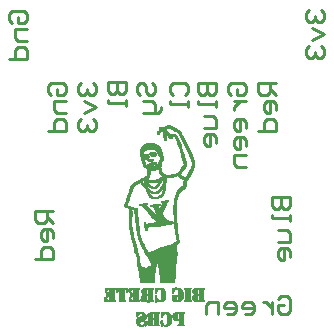
<source format=gbo>
G04*
G04 #@! TF.GenerationSoftware,Altium Limited,Altium Designer,20.1.11 (218)*
G04*
G04 Layer_Color=32896*
%FSLAX25Y25*%
%MOIN*%
G70*
G04*
G04 #@! TF.SameCoordinates,36FDBAD9-5122-4A0A-A9A9-D65628025C9C*
G04*
G04*
G04 #@! TF.FilePolarity,Positive*
G04*
G01*
G75*
%ADD14C,0.01000*%
%ADD36C,0.00078*%
D14*
X651500Y214000D02*
X645502D01*
Y211001D01*
X646502Y210001D01*
X648501D01*
X649501Y211001D01*
Y214000D01*
Y212001D02*
X651500Y210001D01*
Y205003D02*
Y207002D01*
X650500Y208002D01*
X648501D01*
X647501Y207002D01*
Y205003D01*
X648501Y204003D01*
X649501D01*
Y208002D01*
X645502Y198005D02*
X651500D01*
Y201004D01*
X650500Y202004D01*
X648501D01*
X647501Y201004D01*
Y198005D01*
X595502Y214500D02*
X601500D01*
Y211501D01*
X600500Y210501D01*
X599501D01*
X598501Y211501D01*
Y214500D01*
Y211501D01*
X597501Y210501D01*
X596502D01*
X595502Y211501D01*
Y214500D01*
X601500Y208502D02*
Y206503D01*
Y207502D01*
X595502D01*
Y208502D01*
X652001Y141998D02*
X653001Y142998D01*
X655000D01*
X656000Y141998D01*
Y138000D01*
X655000Y137000D01*
X653001D01*
X652001Y138000D01*
Y139999D01*
X654001D01*
X650002Y140999D02*
Y137000D01*
Y138999D01*
X649002Y139999D01*
X648003Y140999D01*
X647003D01*
X641005Y137000D02*
X643004D01*
X644004Y138000D01*
Y139999D01*
X643004Y140999D01*
X641005D01*
X640005Y139999D01*
Y138999D01*
X644004D01*
X635007Y137000D02*
X637006D01*
X638006Y138000D01*
Y139999D01*
X637006Y140999D01*
X635007D01*
X634007Y139999D01*
Y138999D01*
X638006D01*
X632008Y137000D02*
Y140999D01*
X629009D01*
X628009Y139999D01*
Y137000D01*
X636502Y210001D02*
X635502Y211001D01*
Y213000D01*
X636502Y214000D01*
X640500D01*
X641500Y213000D01*
Y211001D01*
X640500Y210001D01*
X638501D01*
Y212001D01*
X637501Y208002D02*
X641500D01*
X639501D01*
X638501Y207002D01*
X637501Y206003D01*
Y205003D01*
X641500Y199005D02*
Y201004D01*
X640500Y202004D01*
X638501D01*
X637501Y201004D01*
Y199005D01*
X638501Y198005D01*
X639501D01*
Y202004D01*
X641500Y193007D02*
Y195006D01*
X640500Y196006D01*
X638501D01*
X637501Y195006D01*
Y193007D01*
X638501Y192007D01*
X639501D01*
Y196006D01*
X641500Y190008D02*
X637501D01*
Y187009D01*
X638501Y186009D01*
X641500D01*
X625502Y214000D02*
X631500D01*
Y211001D01*
X630500Y210001D01*
X629501D01*
X628501Y211001D01*
Y214000D01*
Y211001D01*
X627501Y210001D01*
X626502D01*
X625502Y211001D01*
Y214000D01*
X631500Y208002D02*
Y206003D01*
Y207002D01*
X625502D01*
Y208002D01*
X627501Y203004D02*
X630500D01*
X631500Y202004D01*
Y199005D01*
X627501D01*
X631500Y194007D02*
Y196006D01*
X630500Y197005D01*
X628501D01*
X627501Y196006D01*
Y194007D01*
X628501Y193007D01*
X629501D01*
Y197005D01*
X586502Y214000D02*
X585502Y213000D01*
Y211001D01*
X586502Y210001D01*
X587501D01*
X588501Y211001D01*
Y212001D01*
Y211001D01*
X589501Y210001D01*
X590500D01*
X591500Y211001D01*
Y213000D01*
X590500Y214000D01*
X587501Y208002D02*
X591500Y206003D01*
X587501Y204003D01*
X586502Y202004D02*
X585502Y201004D01*
Y199005D01*
X586502Y198005D01*
X587501D01*
X588501Y199005D01*
Y200005D01*
Y199005D01*
X589501Y198005D01*
X590500D01*
X591500Y199005D01*
Y201004D01*
X590500Y202004D01*
X576502Y210001D02*
X575502Y211001D01*
Y213000D01*
X576502Y214000D01*
X580500D01*
X581500Y213000D01*
Y211001D01*
X580500Y210001D01*
X578501D01*
Y212001D01*
X581500Y208002D02*
X577501D01*
Y205003D01*
X578501Y204003D01*
X581500D01*
X575502Y198005D02*
X581500D01*
Y201004D01*
X580500Y202004D01*
X578501D01*
X577501Y201004D01*
Y198005D01*
X650002Y176000D02*
X656000D01*
Y173001D01*
X655000Y172001D01*
X654001D01*
X653001Y173001D01*
Y176000D01*
Y173001D01*
X652001Y172001D01*
X651002D01*
X650002Y173001D01*
Y176000D01*
X656000Y170002D02*
Y168003D01*
Y169002D01*
X650002D01*
Y170002D01*
X652001Y165004D02*
X655000D01*
X656000Y164004D01*
Y161005D01*
X652001D01*
X656000Y156007D02*
Y158006D01*
X655000Y159005D01*
X653001D01*
X652001Y158006D01*
Y156007D01*
X653001Y155007D01*
X654001D01*
Y159005D01*
X606002Y210001D02*
X605003Y211001D01*
Y213000D01*
X606002Y214000D01*
X607002D01*
X608002Y213000D01*
Y211001D01*
X609001Y210001D01*
X610001D01*
X611001Y211001D01*
Y213000D01*
X610001Y214000D01*
X607002Y208002D02*
X610001D01*
X611001Y207002D01*
Y204003D01*
X612000D01*
X613000Y205003D01*
Y206003D01*
X611001Y204003D02*
X607002D01*
X577000Y171500D02*
X571002D01*
Y168501D01*
X572002Y167501D01*
X574001D01*
X575001Y168501D01*
Y171500D01*
Y169501D02*
X577000Y167501D01*
Y162503D02*
Y164502D01*
X576000Y165502D01*
X574001D01*
X573001Y164502D01*
Y162503D01*
X574001Y161503D01*
X575001D01*
Y165502D01*
X571002Y155505D02*
X577000D01*
Y158504D01*
X576000Y159504D01*
X574001D01*
X573001Y158504D01*
Y155505D01*
X617002Y210001D02*
X616002Y211001D01*
Y213000D01*
X617002Y214000D01*
X621000D01*
X622000Y213000D01*
Y211001D01*
X621000Y210001D01*
X622000Y208002D02*
Y206003D01*
Y207002D01*
X616002D01*
Y208002D01*
X662502Y238500D02*
X661502Y237500D01*
Y235501D01*
X662502Y234501D01*
X663501D01*
X664501Y235501D01*
Y236501D01*
Y235501D01*
X665501Y234501D01*
X666500D01*
X667500Y235501D01*
Y237500D01*
X666500Y238500D01*
X663501Y232502D02*
X667500Y230503D01*
X663501Y228503D01*
X662502Y226504D02*
X661502Y225504D01*
Y223505D01*
X662502Y222505D01*
X663501D01*
X664501Y223505D01*
Y224504D01*
Y223505D01*
X665501Y222505D01*
X666500D01*
X667500Y223505D01*
Y225504D01*
X666500Y226504D01*
X563502Y234001D02*
X562502Y235001D01*
Y237000D01*
X563502Y238000D01*
X567500D01*
X568500Y237000D01*
Y235001D01*
X567500Y234001D01*
X565501D01*
Y236001D01*
X568500Y232002D02*
X564501D01*
Y229003D01*
X565501Y228003D01*
X568500D01*
X562502Y222005D02*
X568500D01*
Y225004D01*
X567500Y226004D01*
X565501D01*
X564501Y225004D01*
Y222005D01*
D36*
X614996Y199906D02*
X615854D01*
X614762Y199828D02*
X616088D01*
X614684Y199750D02*
X616244D01*
X614450Y199672D02*
X616400D01*
X614294Y199594D02*
X616634D01*
X614216Y199516D02*
X616712D01*
X612656Y199438D02*
X612734D01*
X614138D02*
X616946D01*
X612500Y199360D02*
X612890D01*
X613904D02*
X617024D01*
X612422Y199282D02*
X612968D01*
X613826D02*
X617258D01*
X612266Y199204D02*
X613202D01*
X613436D02*
X617492D01*
X612266Y199126D02*
X617570D01*
X612266Y199048D02*
X614762D01*
X615698D02*
X617648D01*
X612266Y198970D02*
X614684D01*
X616010D02*
X617804D01*
X612266Y198892D02*
X614606D01*
X616400D02*
X617882D01*
X612266Y198814D02*
X614606D01*
X616478D02*
X617960D01*
X612344Y198736D02*
X614450D01*
X616634D02*
X618116D01*
X612422Y198658D02*
X614450D01*
X616790D02*
X618194D01*
X612500Y198580D02*
X614294D01*
X616946D02*
X618428D01*
X612422Y198502D02*
X614372D01*
X616946D02*
X618506D01*
X612344Y198424D02*
X614372D01*
X617102D02*
X618818D01*
X612266Y198346D02*
X614450D01*
X617180D02*
X618896D01*
X612188Y198268D02*
X614528D01*
X617258D02*
X618974D01*
X612110Y198190D02*
X614528D01*
X617492D02*
X619052D01*
X612032Y198112D02*
X614606D01*
X617726D02*
X619052D01*
X611954Y198034D02*
X613358D01*
X613436D02*
X614606D01*
X617804D02*
X619052D01*
X611876Y197956D02*
X613046D01*
X613514D02*
X614762D01*
X618038D02*
X619208D01*
X611798Y197878D02*
X612812D01*
X613592D02*
X614918D01*
X618272D02*
X619208D01*
X611798Y197800D02*
X612812D01*
X613748D02*
X615074D01*
X618350D02*
X619286D01*
X611798Y197722D02*
X612734D01*
X613826D02*
X615152D01*
X618428D02*
X619364D01*
X611720Y197644D02*
X612656D01*
X613826D02*
X615230D01*
X618506D02*
X619442D01*
X611720Y197566D02*
X612578D01*
X613826D02*
X615308D01*
X618584D02*
X619598D01*
X611720Y197488D02*
X612500D01*
X613748D02*
X615542D01*
X618662D02*
X619598D01*
X611720Y197410D02*
X612500D01*
X613748D02*
X615620D01*
X618740D02*
X619598D01*
X611720Y197332D02*
X612422D01*
X613748D02*
X615698D01*
X618818D02*
X619598D01*
X611720Y197254D02*
X612422D01*
X613748D02*
X615776D01*
X618896D02*
X619676D01*
X611798Y197176D02*
X612344D01*
X613748D02*
X615854D01*
X618896D02*
X619754D01*
X613748Y197098D02*
X616166D01*
X618896D02*
X619754D01*
X613748Y197020D02*
X614606D01*
X614840D02*
X616244D01*
X618974D02*
X619754D01*
X613748Y196942D02*
X614606D01*
X614918D02*
X617726D01*
X619052D02*
X619832D01*
X613748Y196864D02*
X614606D01*
X614996D02*
X617804D01*
X619130D02*
X619910D01*
X613826Y196786D02*
X614606D01*
X614996D02*
X617882D01*
X619130D02*
X619988D01*
X613826Y196708D02*
X614684D01*
X615074D02*
X617960D01*
X619130D02*
X619988D01*
X613826Y196630D02*
X614684D01*
X615074D02*
X618038D01*
X619208D02*
X619988D01*
X613826Y196552D02*
X614684D01*
X615152D02*
X618116D01*
X619286D02*
X620066D01*
X613826Y196474D02*
X614684D01*
X615230D02*
X618116D01*
X619286D02*
X620144D01*
X613826Y196396D02*
X614684D01*
X615230D02*
X618194D01*
X619286D02*
X620144D01*
X613826Y196318D02*
X614606D01*
X615308D02*
X618272D01*
X619286D02*
X620222D01*
X613826Y196240D02*
X614606D01*
X615308D02*
X616556D01*
X617492D02*
X618272D01*
X619364D02*
X620300D01*
X613826Y196162D02*
X614606D01*
X615386D02*
X616556D01*
X617570D02*
X618350D01*
X619442D02*
X620300D01*
X613826Y196084D02*
X614606D01*
X615386D02*
X616556D01*
X617570D02*
X618350D01*
X619442D02*
X620300D01*
X613826Y196006D02*
X614606D01*
X615542D02*
X616556D01*
X617726D02*
X618350D01*
X619442D02*
X620300D01*
X613904Y195928D02*
X614606D01*
X615620D02*
X616556D01*
X617726D02*
X618350D01*
X619520D02*
X620300D01*
X613904Y195850D02*
X614606D01*
X615698D02*
X616556D01*
X617726D02*
X618428D01*
X619598D02*
X620378D01*
X613904Y195772D02*
X614606D01*
X615776D02*
X616556D01*
X617804D02*
X618506D01*
X619598D02*
X620456D01*
X613904Y195694D02*
X614606D01*
X615854D02*
X616556D01*
X617804D02*
X618506D01*
X619598D02*
X620456D01*
X613904Y195616D02*
X614606D01*
X615932D02*
X616556D01*
X617804D02*
X618506D01*
X619598D02*
X620534D01*
X613904Y195538D02*
X614606D01*
X616010D02*
X616478D01*
X617882D02*
X618584D01*
X619676D02*
X620612D01*
X613904Y195460D02*
X614606D01*
X617882D02*
X618584D01*
X619754D02*
X620612D01*
X613904Y195382D02*
X614606D01*
X617960D02*
X618584D01*
X619754D02*
X620612D01*
X613904Y195304D02*
X614606D01*
X617960D02*
X618662D01*
X619832D02*
X620690D01*
X613982Y195226D02*
X614528D01*
X618038D02*
X618740D01*
X619910D02*
X620768D01*
X613982Y195148D02*
X614528D01*
X618038D02*
X618818D01*
X619988D02*
X620846D01*
X614060Y195070D02*
X614450D01*
X618038D02*
X618818D01*
X619988D02*
X620846D01*
X614216Y194992D02*
X614294D01*
X618116D02*
X618896D01*
X619988D02*
X620846D01*
X618116Y194914D02*
X618974D01*
X620066D02*
X620924D01*
X618194Y194836D02*
X618974D01*
X620066D02*
X621002D01*
X618194Y194758D02*
X618974D01*
X620144D02*
X621002D01*
X618272Y194680D02*
X618974D01*
X620222D02*
X621002D01*
X618350Y194602D02*
X619052D01*
X620300D02*
X621080D01*
X618350Y194524D02*
X619052D01*
X620300D02*
X621158D01*
X618350Y194446D02*
X619052D01*
X620300D02*
X621158D01*
X618350Y194368D02*
X619130D01*
X620378D02*
X621158D01*
X618428Y194290D02*
X619130D01*
X620378D02*
X621236D01*
X618428Y194212D02*
X619208D01*
X620378D02*
X621314D01*
X609302Y194134D02*
X609380D01*
X618428D02*
X619208D01*
X620456D02*
X621314D01*
X608444Y194056D02*
X608522D01*
X608600D02*
X609770D01*
X609848D02*
X609926D01*
X618428D02*
X619286D01*
X620456D02*
X621314D01*
X608210Y193978D02*
X610160D01*
X610238D02*
X610316D01*
X618506D02*
X619364D01*
X620534D02*
X621392D01*
X607976Y193900D02*
X610550D01*
X618506D02*
X619364D01*
X620612D02*
X621470D01*
X607820Y193822D02*
X610940D01*
X618506D02*
X619442D01*
X620690D02*
X621548D01*
X607586Y193744D02*
X611174D01*
X618584D02*
X619442D01*
X620768D02*
X621548D01*
X607430Y193666D02*
X611252D01*
X618662D02*
X619442D01*
X620768D02*
X621548D01*
X607430Y193588D02*
X611486D01*
X618662D02*
X619520D01*
X620768D02*
X621626D01*
X607196Y193510D02*
X611720D01*
X618662D02*
X619520D01*
X620768D02*
X621704D01*
X607118Y193432D02*
X611798D01*
X618740D02*
X619520D01*
X620768D02*
X621704D01*
X607040Y193354D02*
X611954D01*
X618740D02*
X619598D01*
X620846D02*
X621704D01*
X606962Y193276D02*
X612032D01*
X618740D02*
X619598D01*
X620924D02*
X621782D01*
X606884Y193198D02*
X612110D01*
X618818D02*
X619598D01*
X621002D02*
X621860D01*
X606806Y193120D02*
X612188D01*
X618818D02*
X619598D01*
X621002D02*
X621938D01*
X606728Y193042D02*
X612266D01*
X618818D02*
X619598D01*
X621080D02*
X621938D01*
X606650Y192964D02*
X612344D01*
X618896D02*
X619598D01*
X621080D02*
X621938D01*
X606650Y192886D02*
X612500D01*
X618974D02*
X619676D01*
X621080D02*
X622016D01*
X606572Y192808D02*
X612422D01*
X618974D02*
X619676D01*
X621158D02*
X622094D01*
X606572Y192730D02*
X612500D01*
X618974D02*
X619676D01*
X621158D02*
X622094D01*
X606494Y192652D02*
X612500D01*
X619052D02*
X619676D01*
X621236D02*
X622094D01*
X606416Y192574D02*
X612578D01*
X619052D02*
X619676D01*
X621236D02*
X622172D01*
X606416Y192496D02*
X612578D01*
X619052D02*
X619754D01*
X621314D02*
X622250D01*
X606338Y192418D02*
X612656D01*
X619052D02*
X619754D01*
X621392D02*
X622250D01*
X606338Y192340D02*
X612656D01*
X619130D02*
X619754D01*
X621470D02*
X622250D01*
X606338Y192262D02*
X612656D01*
X619130D02*
X619832D01*
X621470D02*
X622328D01*
X606338Y192184D02*
X612734D01*
X619208D02*
X619910D01*
X621470D02*
X622406D01*
X606338Y192106D02*
X612812D01*
X619208D02*
X619910D01*
X621548D02*
X622406D01*
X606260Y192028D02*
X609302D01*
X609692D02*
X612890D01*
X619208D02*
X619910D01*
X621626D02*
X622406D01*
X606182Y191950D02*
X608912D01*
X610316D02*
X612890D01*
X619286D02*
X619988D01*
X621626D02*
X622484D01*
X606104Y191872D02*
X608288D01*
X610472D02*
X610628D01*
X610706D02*
X610784D01*
X610862D02*
X612890D01*
X619286D02*
X620066D01*
X621704D02*
X622484D01*
X606104Y191794D02*
X607976D01*
X610940D02*
X612890D01*
X619286D02*
X620066D01*
X621704D02*
X622484D01*
X606026Y191716D02*
X607820D01*
X611018D02*
X612968D01*
X619364D02*
X620066D01*
X621704D02*
X622562D01*
X606026Y191638D02*
X607664D01*
X611096D02*
X613124D01*
X619364D02*
X620144D01*
X621782D02*
X622562D01*
X606026Y191560D02*
X607508D01*
X611330D02*
X613046D01*
X619364D02*
X620144D01*
X621782D02*
X622562D01*
X606026Y191482D02*
X607430D01*
X611330D02*
X613124D01*
X619364D02*
X620144D01*
X621782D02*
X622640D01*
X606026Y191404D02*
X607274D01*
X611486D02*
X613124D01*
X619442D02*
X620144D01*
X621860D02*
X622640D01*
X606026Y191326D02*
X607196D01*
X611486D02*
X613124D01*
X619442D02*
X620144D01*
X621860D02*
X622640D01*
X606026Y191248D02*
X607040D01*
X611564D02*
X613124D01*
X619442D02*
X620144D01*
X621938D02*
X622718D01*
X606026Y191170D02*
X606962D01*
X611564D02*
X613202D01*
X619442D02*
X620222D01*
X621938D02*
X622796D01*
X606026Y191092D02*
X606962D01*
X610082D02*
X610316D01*
X610394D02*
X610628D01*
X610706D02*
X610784D01*
X611642D02*
X613124D01*
X619442D02*
X620222D01*
X621938D02*
X622796D01*
X606026Y191014D02*
X606884D01*
X609458D02*
X609692D01*
X609770D02*
X610940D01*
X611720D02*
X613124D01*
X619442D02*
X620300D01*
X621938D02*
X622796D01*
X606104Y190936D02*
X606884D01*
X609536D02*
X610940D01*
X611720D02*
X613202D01*
X619442D02*
X620300D01*
X622016D02*
X622874D01*
X606182Y190858D02*
X606806D01*
X609302D02*
X609458D01*
X609536D02*
X610628D01*
X610862D02*
X610940D01*
X611798D02*
X613202D01*
X619520D02*
X620300D01*
X622094D02*
X622874D01*
X606104Y190780D02*
X606806D01*
X609068D02*
X609380D01*
X609458D02*
X610238D01*
X612032D02*
X613202D01*
X619520D02*
X620378D01*
X622094D02*
X622874D01*
X606104Y190702D02*
X606806D01*
X609068D02*
X610082D01*
X612032D02*
X613202D01*
X619520D02*
X620378D01*
X622172D02*
X622952D01*
X606104Y190624D02*
X606806D01*
X609146D02*
X609848D01*
X610706D02*
X611252D01*
X612110D02*
X613280D01*
X619598D02*
X620378D01*
X622172D02*
X623030D01*
X606026Y190546D02*
X606884D01*
X609146D02*
X609614D01*
X610394D02*
X611330D01*
X612110D02*
X613202D01*
X619598D02*
X620456D01*
X622172D02*
X623030D01*
X606026Y190468D02*
X606884D01*
X609146D02*
X609380D01*
X610160D02*
X611330D01*
X612110D02*
X613280D01*
X619598D02*
X620456D01*
X622250D02*
X623030D01*
X606026Y190390D02*
X606884D01*
X607430D02*
X607508D01*
X607586D02*
X608678D01*
X610082D02*
X611408D01*
X612032D02*
X613280D01*
X619598D02*
X620456D01*
X622250D02*
X623108D01*
X606026Y190312D02*
X606884D01*
X607352D02*
X607508D01*
X607586D02*
X608678D01*
X609770D02*
X611330D01*
X612110D02*
X613358D01*
X619598D02*
X620534D01*
X622328D02*
X623108D01*
X606026Y190234D02*
X606884D01*
X607274D02*
X608756D01*
X609458D02*
X611330D01*
X612110D02*
X613280D01*
X619676D02*
X620534D01*
X622406D02*
X623186D01*
X606104Y190156D02*
X606962D01*
X607196D02*
X608132D01*
X608522D02*
X608756D01*
X609458D02*
X611252D01*
X612110D02*
X613280D01*
X619676D02*
X620534D01*
X622406D02*
X623186D01*
X606104Y190078D02*
X606962D01*
X607040D02*
X607820D01*
X609536D02*
X611252D01*
X612188D02*
X613358D01*
X619676D02*
X620612D01*
X622406D02*
X623186D01*
X606104Y190000D02*
X607040D01*
X607118D02*
X607430D01*
X609614D02*
X611174D01*
X612110D02*
X613436D01*
X619676D02*
X620612D01*
X622484D02*
X623186D01*
X606182Y189922D02*
X607274D01*
X608210D02*
X608366D01*
X609536D02*
X611018D01*
X612188D02*
X613514D01*
X619676D02*
X620612D01*
X622484D02*
X623264D01*
X606182Y189844D02*
X607274D01*
X607976D02*
X608132D01*
X608210D02*
X608756D01*
X609614D02*
X610940D01*
X612266D02*
X613592D01*
X619754D02*
X620612D01*
X622484D02*
X623342D01*
X606182Y189766D02*
X607274D01*
X607664D02*
X608834D01*
X609614D02*
X610862D01*
X612266D02*
X613592D01*
X619754D02*
X620690D01*
X622562D02*
X623342D01*
X606260Y189688D02*
X608912D01*
X609692D02*
X610628D01*
X612344D02*
X613592D01*
X619754D02*
X620690D01*
X622640D02*
X623342D01*
X606260Y189610D02*
X608912D01*
X609848D02*
X610550D01*
X612422D02*
X613670D01*
X619832D02*
X620690D01*
X622640D02*
X623420D01*
X606260Y189532D02*
X608912D01*
X612578D02*
X613670D01*
X619832D02*
X620768D01*
X622640D02*
X623498D01*
X606260Y189454D02*
X608756D01*
X612656D02*
X613670D01*
X619832D02*
X620768D01*
X622718D02*
X623498D01*
X606260Y189376D02*
X608756D01*
X612734D02*
X613670D01*
X619910D02*
X620768D01*
X622718D02*
X623498D01*
X606260Y189298D02*
X608756D01*
X612734D02*
X613670D01*
X619910D02*
X620846D01*
X622718D02*
X623498D01*
X606338Y189220D02*
X608756D01*
X612734D02*
X613670D01*
X619910D02*
X620846D01*
X622796D02*
X623576D01*
X606260Y189142D02*
X608600D01*
X612734D02*
X613670D01*
X619910D02*
X620846D01*
X622796D02*
X623654D01*
X606260Y189064D02*
X608522D01*
X612734D02*
X613670D01*
X619910D02*
X620924D01*
X622796D02*
X623654D01*
X606260Y188986D02*
X608444D01*
X612734D02*
X613670D01*
X619910D02*
X620924D01*
X622874D02*
X623654D01*
X606338Y188908D02*
X608366D01*
X612812D02*
X613670D01*
X619988D02*
X620924D01*
X622874D02*
X623654D01*
X606416Y188830D02*
X608210D01*
X612812D02*
X613670D01*
X619988D02*
X621002D01*
X622874D02*
X623654D01*
X606494Y188752D02*
X607898D01*
X609068D02*
X610160D01*
X612734D02*
X613670D01*
X619988D02*
X621080D01*
X622874D02*
X623654D01*
X606494Y188674D02*
X607352D01*
X608912D02*
X610238D01*
X612812D02*
X613670D01*
X619988D02*
X621080D01*
X622952D02*
X623732D01*
X606494Y188596D02*
X607352D01*
X608756D02*
X610316D01*
X612734D02*
X613592D01*
X620066D02*
X621080D01*
X622952D02*
X623732D01*
X606494Y188518D02*
X607352D01*
X608600D02*
X610316D01*
X612734D02*
X613592D01*
X620066D02*
X621158D01*
X622952D02*
X623732D01*
X606494Y188440D02*
X607352D01*
X608444D02*
X610394D01*
X612656D02*
X613514D01*
X620066D02*
X621158D01*
X622952D02*
X623810D01*
X606494Y188362D02*
X607430D01*
X608522D02*
X610394D01*
X612656D02*
X613514D01*
X620144D02*
X621158D01*
X623030D02*
X623888D01*
X606572Y188284D02*
X607430D01*
X608522D02*
X610394D01*
X612578D02*
X613514D01*
X620144D02*
X621158D01*
X623108D02*
X623888D01*
X606650Y188206D02*
X607430D01*
X608522D02*
X610238D01*
X612422D02*
X613358D01*
X620144D02*
X621158D01*
X623108D02*
X623888D01*
X606650Y188128D02*
X607508D01*
X608600D02*
X610160D01*
X612344D02*
X613436D01*
X620222D02*
X621236D01*
X623108D02*
X623966D01*
X606728Y188050D02*
X607508D01*
X608600D02*
X610082D01*
X612344D02*
X613358D01*
X620222D02*
X621236D01*
X623108D02*
X624044D01*
X606728Y187972D02*
X607508D01*
X608678D02*
X609536D01*
X612266D02*
X613280D01*
X620222D02*
X621236D01*
X623108D02*
X624044D01*
X606728Y187894D02*
X607508D01*
X608912D02*
X609380D01*
X612188D02*
X613202D01*
X620222D02*
X621314D01*
X623186D02*
X624044D01*
X606728Y187816D02*
X607508D01*
X612188D02*
X613124D01*
X620300D02*
X621314D01*
X623186D02*
X624044D01*
X606728Y187738D02*
X607508D01*
X612110D02*
X613046D01*
X620300D02*
X621314D01*
X623186D02*
X624122D01*
X606728Y187660D02*
X607586D01*
X609770D02*
X611174D01*
X612110D02*
X613046D01*
X620300D02*
X621392D01*
X623264D02*
X624122D01*
X606728Y187582D02*
X607586D01*
X609536D02*
X611252D01*
X612032D02*
X612968D01*
X620378D02*
X621392D01*
X623264D02*
X624122D01*
X606728Y187504D02*
X607586D01*
X609302D02*
X611252D01*
X612032D02*
X612968D01*
X620378D02*
X621392D01*
X623264D02*
X624122D01*
X606806Y187426D02*
X607586D01*
X609146D02*
X611252D01*
X612032D02*
X612890D01*
X620456D02*
X621392D01*
X623342D02*
X624122D01*
X606806Y187348D02*
X607664D01*
X609146D02*
X611252D01*
X611954D02*
X612890D01*
X620534D02*
X621392D01*
X623342D02*
X624122D01*
X606884Y187270D02*
X607664D01*
X608990D02*
X611252D01*
X611876D02*
X612890D01*
X620534D02*
X621470D01*
X623342D02*
X624122D01*
X606962Y187192D02*
X607742D01*
X608756D02*
X611252D01*
X611798D02*
X612890D01*
X620534D02*
X621470D01*
X623342D02*
X624122D01*
X606962Y187114D02*
X607742D01*
X608600D02*
X611252D01*
X611720D02*
X612890D01*
X620534D02*
X621470D01*
X623342D02*
X624122D01*
X606962Y187036D02*
X607742D01*
X608600D02*
X611252D01*
X611642D02*
X612890D01*
X620534D02*
X621470D01*
X623342D02*
X624122D01*
X606962Y186958D02*
X607742D01*
X608522D02*
X611174D01*
X611642D02*
X612890D01*
X620534D02*
X621470D01*
X623342D02*
X624122D01*
X606962Y186880D02*
X607820D01*
X608444D02*
X611018D01*
X611642D02*
X612890D01*
X620534D02*
X621392D01*
X623342D02*
X624122D01*
X607040Y186802D02*
X607898D01*
X608522D02*
X610472D01*
X611564D02*
X612890D01*
X620534D02*
X621392D01*
X623342D02*
X624122D01*
X607040Y186724D02*
X607976D01*
X608678D02*
X610238D01*
X611486D02*
X612890D01*
X620534D02*
X621392D01*
X623342D02*
X624044D01*
X607040Y186646D02*
X608210D01*
X608756D02*
X609848D01*
X611408D02*
X612890D01*
X620534D02*
X621314D01*
X623342D02*
X624044D01*
X607040Y186568D02*
X608288D01*
X608912D02*
X609614D01*
X611174D02*
X612890D01*
X620456D02*
X621314D01*
X623264D02*
X624044D01*
X607118Y186490D02*
X608522D01*
X609146D02*
X609536D01*
X610940D02*
X612890D01*
X620378D02*
X621236D01*
X623264D02*
X624044D01*
X607118Y186412D02*
X608600D01*
X610706D02*
X612890D01*
X620300D02*
X621236D01*
X623264D02*
X624044D01*
X607196Y186334D02*
X608678D01*
X610472D02*
X612812D01*
X620222D02*
X621236D01*
X623186D02*
X623966D01*
X607352Y186256D02*
X608678D01*
X610004D02*
X612812D01*
X620144D02*
X621158D01*
X623108D02*
X623966D01*
X607430Y186178D02*
X608912D01*
X609770D02*
X612812D01*
X620066D02*
X621158D01*
X623030D02*
X623966D01*
X607508Y186100D02*
X609068D01*
X609536D02*
X612812D01*
X619988D02*
X621158D01*
X623030D02*
X623888D01*
X607586Y186022D02*
X612812D01*
X619910D02*
X621080D01*
X623030D02*
X623888D01*
X607742Y185944D02*
X612812D01*
X619832D02*
X621002D01*
X623030D02*
X623810D01*
X607898Y185866D02*
X612032D01*
X612188D02*
X612812D01*
X619754D02*
X621002D01*
X622952D02*
X623810D01*
X607976Y185788D02*
X611954D01*
X612188D02*
X612890D01*
X619676D02*
X621002D01*
X622952D02*
X623810D01*
X608054Y185710D02*
X611876D01*
X612188D02*
X612890D01*
X619676D02*
X620846D01*
X622952D02*
X623732D01*
X608132Y185632D02*
X611720D01*
X612188D02*
X612890D01*
X619598D02*
X620768D01*
X622874D02*
X623732D01*
X608210Y185554D02*
X611642D01*
X612110D02*
X612890D01*
X619598D02*
X620690D01*
X622874D02*
X623732D01*
X608210Y185476D02*
X611564D01*
X612110D02*
X612890D01*
X619520D02*
X620690D01*
X622874D02*
X623732D01*
X608210Y185398D02*
X611486D01*
X612110D02*
X612890D01*
X619442D02*
X620612D01*
X622796D02*
X623732D01*
X608288Y185320D02*
X611252D01*
X612110D02*
X612890D01*
X619442D02*
X620534D01*
X622718D02*
X623654D01*
X608366Y185242D02*
X611252D01*
X612110D02*
X612890D01*
X619364D02*
X620456D01*
X622718D02*
X623654D01*
X608366Y185164D02*
X611018D01*
X612188D02*
X612890D01*
X619364D02*
X620456D01*
X622718D02*
X623654D01*
X608366Y185086D02*
X610706D01*
X612188D02*
X612968D01*
X619286D02*
X620378D01*
X622640D02*
X623576D01*
X608366Y185008D02*
X609224D01*
X609770D02*
X610550D01*
X612188D02*
X612968D01*
X619208D02*
X620300D01*
X622562D02*
X623498D01*
X608366Y184930D02*
X609224D01*
X612188D02*
X612968D01*
X619208D02*
X620222D01*
X622484D02*
X623498D01*
X608366Y184852D02*
X609224D01*
X612188D02*
X612968D01*
X619130D02*
X620144D01*
X622406D02*
X623498D01*
X608366Y184774D02*
X609224D01*
X612266D02*
X612968D01*
X619130D02*
X620066D01*
X622328D02*
X623420D01*
X608366Y184696D02*
X609224D01*
X612266D02*
X613046D01*
X619052D02*
X619988D01*
X622328D02*
X623342D01*
X608366Y184618D02*
X609224D01*
X612266D02*
X613046D01*
X618974D02*
X619910D01*
X622328D02*
X623264D01*
X608366Y184540D02*
X609302D01*
X612266D02*
X613046D01*
X618974D02*
X619832D01*
X622250D02*
X623264D01*
X608366Y184462D02*
X609302D01*
X612266D02*
X613124D01*
X618896D02*
X619754D01*
X622172D02*
X623186D01*
X608366Y184384D02*
X609302D01*
X612344D02*
X613202D01*
X618818D02*
X619754D01*
X622172D02*
X623108D01*
X608366Y184306D02*
X609302D01*
X612344D02*
X613280D01*
X618896D02*
X619754D01*
X622172D02*
X623108D01*
X608366Y184228D02*
X609302D01*
X612344D02*
X613358D01*
X618818D02*
X619676D01*
X622094D02*
X623030D01*
X608366Y184150D02*
X609224D01*
X612344D02*
X613436D01*
X618350D02*
X619676D01*
X622016D02*
X622952D01*
X608366Y184072D02*
X609224D01*
X612422D02*
X613592D01*
X618116D02*
X619598D01*
X622016D02*
X622952D01*
X608366Y183994D02*
X609224D01*
X612422D02*
X613748D01*
X618038D02*
X619520D01*
X622016D02*
X622952D01*
X608366Y183916D02*
X609224D01*
X612578D02*
X613826D01*
X617960D02*
X619442D01*
X621938D02*
X622874D01*
X608366Y183838D02*
X609224D01*
X612656D02*
X613904D01*
X617726D02*
X619364D01*
X621860D02*
X622874D01*
X608444Y183760D02*
X609146D01*
X612734D02*
X613982D01*
X617492D02*
X619364D01*
X621782D02*
X622874D01*
X608444Y183682D02*
X609146D01*
X612812D02*
X614138D01*
X616634D02*
X619364D01*
X621782D02*
X622796D01*
X608444Y183604D02*
X609146D01*
X612890D02*
X614294D01*
X616400D02*
X619442D01*
X621782D02*
X622796D01*
X608366Y183526D02*
X609146D01*
X613046D02*
X614372D01*
X616322D02*
X619520D01*
X621704D02*
X622796D01*
X608366Y183448D02*
X609146D01*
X613358D02*
X614606D01*
X616244D02*
X619598D01*
X621704D02*
X622718D01*
X608366Y183370D02*
X609068D01*
X613358D02*
X615152D01*
X616010D02*
X618584D01*
X618662D02*
X619676D01*
X621626D02*
X622640D01*
X608288Y183292D02*
X609068D01*
X613358D02*
X615542D01*
X615932D02*
X618506D01*
X618740D02*
X619754D01*
X621548D02*
X622562D01*
X608288Y183214D02*
X609068D01*
X613358D02*
X618350D01*
X618818D02*
X619754D01*
X621548D02*
X622562D01*
X608210Y183136D02*
X609068D01*
X613280D02*
X618116D01*
X618818D02*
X619832D01*
X621548D02*
X622562D01*
X608054Y183058D02*
X608990D01*
X613202D02*
X617882D01*
X618896D02*
X619988D01*
X621470D02*
X622484D01*
X608054Y182980D02*
X608990D01*
X613202D02*
X617648D01*
X618974D02*
X620144D01*
X621392D02*
X622406D01*
X607742Y182902D02*
X608990D01*
X613202D02*
X617414D01*
X619052D02*
X620222D01*
X621392D02*
X622406D01*
X607586Y182824D02*
X608912D01*
X612968D02*
X617180D01*
X619130D02*
X620300D01*
X621314D02*
X622406D01*
X607430Y182746D02*
X608912D01*
X612812D02*
X614060D01*
X614294D02*
X617102D01*
X619130D02*
X620456D01*
X621236D02*
X622328D01*
X607274Y182668D02*
X608912D01*
X612812D02*
X614060D01*
X614294D02*
X616868D01*
X619208D02*
X620612D01*
X621158D02*
X622250D01*
X607196Y182590D02*
X608834D01*
X612656D02*
X614060D01*
X614294D02*
X614840D01*
X615152D02*
X616322D01*
X619286D02*
X620846D01*
X621080D02*
X622250D01*
X607118Y182512D02*
X608678D01*
X612578D02*
X614060D01*
X614294D02*
X614840D01*
X619442D02*
X620924D01*
X621002D02*
X622172D01*
X607040Y182434D02*
X608600D01*
X612422D02*
X614060D01*
X614216D02*
X614762D01*
X619520D02*
X622172D01*
X606962Y182356D02*
X608444D01*
X612266D02*
X612344D01*
X612422D02*
X614138D01*
X614216D02*
X614762D01*
X619520D02*
X622094D01*
X606416Y182278D02*
X608444D01*
X612188D02*
X614138D01*
X614216D02*
X614762D01*
X619676D02*
X622016D01*
X606338Y182200D02*
X608366D01*
X612032D02*
X613514D01*
X613592D02*
X614138D01*
X614216D02*
X614762D01*
X619910D02*
X621938D01*
X606260Y182122D02*
X608444D01*
X611876D02*
X613436D01*
X613592D02*
X614138D01*
X614216D02*
X614684D01*
X619988D02*
X621860D01*
X606182Y182044D02*
X608444D01*
X611720D02*
X613358D01*
X613670D02*
X614138D01*
X614216D02*
X614684D01*
X620066D02*
X621782D01*
X606104Y181966D02*
X608600D01*
X611564D02*
X613280D01*
X613670D02*
X614684D01*
X620378D02*
X621704D01*
X606026Y181888D02*
X608678D01*
X611330D02*
X613280D01*
X613670D02*
X614684D01*
X620456D02*
X621626D01*
X605792Y181810D02*
X608756D01*
X611096D02*
X613202D01*
X613670D02*
X614684D01*
X620534D02*
X621626D01*
X605558Y181732D02*
X608912D01*
X611018D02*
X613202D01*
X613670D02*
X614684D01*
X620534D02*
X621548D01*
X605480Y181654D02*
X609224D01*
X610706D02*
X613124D01*
X613670D02*
X614606D01*
X620534D02*
X621548D01*
X605246Y181576D02*
X607040D01*
X607274D02*
X609614D01*
X610160D02*
X610394D01*
X610472D02*
X613124D01*
X613748D02*
X614606D01*
X620534D02*
X621470D01*
X605168Y181498D02*
X606728D01*
X607352D02*
X612344D01*
X612500D02*
X613046D01*
X613748D02*
X614606D01*
X620534D02*
X621470D01*
X605090Y181420D02*
X606650D01*
X607352D02*
X612266D01*
X612422D02*
X613046D01*
X613826D02*
X614606D01*
X620456D02*
X621392D01*
X604856Y181342D02*
X606572D01*
X607352D02*
X612110D01*
X612344D02*
X612968D01*
X613826D02*
X614528D01*
X620456D02*
X621392D01*
X604778Y181264D02*
X606650D01*
X607352D02*
X608210D01*
X608288D02*
X611876D01*
X612344D02*
X612968D01*
X613826D02*
X614528D01*
X620378D02*
X621392D01*
X604700Y181186D02*
X606650D01*
X607430D02*
X608288D01*
X608366D02*
X611798D01*
X612266D02*
X612890D01*
X613826D02*
X614528D01*
X620300D02*
X621392D01*
X604466Y181108D02*
X605948D01*
X606104D02*
X606728D01*
X607430D02*
X608288D01*
X608522D02*
X611642D01*
X612266D02*
X612890D01*
X613826D02*
X614528D01*
X620300D02*
X621392D01*
X604310Y181030D02*
X605870D01*
X606104D02*
X606728D01*
X607430D02*
X608366D01*
X608678D02*
X611564D01*
X612188D02*
X612812D01*
X613904D02*
X614450D01*
X620300D02*
X621392D01*
X604154Y180952D02*
X605714D01*
X606182D02*
X606806D01*
X607430D02*
X608444D01*
X608834D02*
X611252D01*
X612188D02*
X612812D01*
X613904D02*
X614450D01*
X620300D02*
X621392D01*
X604076Y180874D02*
X605636D01*
X606182D02*
X606806D01*
X607430D02*
X608444D01*
X608990D02*
X611096D01*
X612110D02*
X612734D01*
X613826D02*
X614450D01*
X620300D02*
X621392D01*
X603842Y180796D02*
X605558D01*
X606260D02*
X606884D01*
X607508D02*
X608522D01*
X612110D02*
X612734D01*
X613826D02*
X614372D01*
X620300D02*
X621392D01*
X603764Y180718D02*
X605324D01*
X606338D02*
X606962D01*
X607508D02*
X608600D01*
X612032D02*
X612656D01*
X613748D02*
X614372D01*
X620300D02*
X621314D01*
X603686Y180640D02*
X605246D01*
X606338D02*
X607040D01*
X607508D02*
X608600D01*
X611954D02*
X612656D01*
X613748D02*
X614372D01*
X620300D02*
X621314D01*
X603608Y180562D02*
X605012D01*
X606416D02*
X607118D01*
X607508D02*
X608678D01*
X611876D02*
X612578D01*
X613670D02*
X614372D01*
X620300D02*
X621314D01*
X603530Y180484D02*
X604934D01*
X606494D02*
X607196D01*
X607586D02*
X608756D01*
X611876D02*
X612500D01*
X613670D02*
X614372D01*
X620300D02*
X621314D01*
X603374Y180406D02*
X604700D01*
X606494D02*
X607274D01*
X607586D02*
X608054D01*
X608132D02*
X608834D01*
X611798D02*
X612422D01*
X613592D02*
X614372D01*
X620300D02*
X621314D01*
X603296Y180328D02*
X604466D01*
X606572D02*
X607352D01*
X607586D02*
X608912D01*
X611798D02*
X612422D01*
X613592D02*
X614372D01*
X620300D02*
X621314D01*
X603296Y180250D02*
X604388D01*
X606650D02*
X607430D01*
X607586D02*
X608132D01*
X608210D02*
X608990D01*
X611720D02*
X612344D01*
X613514D02*
X614372D01*
X620300D02*
X621314D01*
X603218Y180172D02*
X604232D01*
X606728D02*
X607508D01*
X607586D02*
X608132D01*
X608288D02*
X608990D01*
X611642D02*
X612344D01*
X613436D02*
X614372D01*
X620300D02*
X621236D01*
X603062Y180094D02*
X604154D01*
X606884D02*
X607508D01*
X607586D02*
X608132D01*
X608366D02*
X609146D01*
X611564D02*
X612266D01*
X613436D02*
X614372D01*
X620300D02*
X621236D01*
X602984Y180016D02*
X604076D01*
X606884D02*
X607586D01*
X607664D02*
X608210D01*
X608444D02*
X609224D01*
X611564D02*
X612188D01*
X613358D02*
X614372D01*
X620300D02*
X621236D01*
X602984Y179938D02*
X603998D01*
X606962D02*
X608210D01*
X608522D02*
X609302D01*
X611408D02*
X612188D01*
X613280D02*
X614372D01*
X620222D02*
X621236D01*
X602984Y179860D02*
X603920D01*
X607040D02*
X608210D01*
X608600D02*
X609380D01*
X611330D02*
X612110D01*
X613280D02*
X614372D01*
X620144D02*
X621236D01*
X602984Y179782D02*
X603842D01*
X607118D02*
X608210D01*
X608678D02*
X609536D01*
X611252D02*
X612032D01*
X613202D02*
X613826D01*
X613904D02*
X614372D01*
X620066D02*
X621236D01*
X602906Y179704D02*
X603842D01*
X607196D02*
X608210D01*
X608756D02*
X609692D01*
X611174D02*
X611954D01*
X613124D02*
X613826D01*
X613904D02*
X614372D01*
X619988D02*
X621158D01*
X602906Y179626D02*
X603842D01*
X607274D02*
X608288D01*
X608834D02*
X609848D01*
X611096D02*
X611876D01*
X613124D02*
X613748D01*
X613904D02*
X614372D01*
X619910D02*
X621158D01*
X602828Y179548D02*
X603764D01*
X607352D02*
X608288D01*
X608912D02*
X610004D01*
X610940D02*
X611798D01*
X613046D02*
X613748D01*
X613826D02*
X614372D01*
X619832D02*
X621158D01*
X602828Y179470D02*
X603686D01*
X607430D02*
X608288D01*
X608990D02*
X610238D01*
X610706D02*
X611720D01*
X612968D02*
X613670D01*
X613826D02*
X614372D01*
X619754D02*
X621158D01*
X602750Y179392D02*
X603608D01*
X607430D02*
X608288D01*
X609146D02*
X611642D01*
X612968D02*
X613592D01*
X613826D02*
X614372D01*
X619598D02*
X621080D01*
X602750Y179314D02*
X603608D01*
X607508D02*
X608366D01*
X609224D02*
X611564D01*
X612890D02*
X613592D01*
X613826D02*
X614294D01*
X619520D02*
X621002D01*
X602750Y179236D02*
X603608D01*
X607586D02*
X608366D01*
X609380D02*
X611486D01*
X612812D02*
X613514D01*
X613826D02*
X614294D01*
X619442D02*
X621002D01*
X602672Y179158D02*
X603530D01*
X607664D02*
X608366D01*
X609536D02*
X611330D01*
X612812D02*
X613436D01*
X613826D02*
X614294D01*
X619364D02*
X621002D01*
X602672Y179080D02*
X603452D01*
X607742D02*
X608444D01*
X609692D02*
X611252D01*
X612734D02*
X613358D01*
X613748D02*
X614294D01*
X619208D02*
X621002D01*
X602672Y179002D02*
X603452D01*
X607742D02*
X608522D01*
X609926D02*
X611018D01*
X612734D02*
X613358D01*
X613748D02*
X614294D01*
X619130D02*
X620924D01*
X602594Y178924D02*
X603452D01*
X607820D02*
X608600D01*
X612656D02*
X613280D01*
X613748D02*
X614294D01*
X619052D02*
X620846D01*
X602594Y178846D02*
X603374D01*
X607898D02*
X608678D01*
X612656D02*
X613280D01*
X613748D02*
X614216D01*
X618974D02*
X620690D01*
X602594Y178768D02*
X603296D01*
X607976D02*
X608756D01*
X612578D02*
X613202D01*
X613670D02*
X614216D01*
X618896D02*
X620534D01*
X602516Y178690D02*
X603296D01*
X607976D02*
X608834D01*
X612500D02*
X613202D01*
X613670D02*
X614216D01*
X618818D02*
X620378D01*
X602438Y178612D02*
X603296D01*
X607976D02*
X608990D01*
X612422D02*
X613124D01*
X613670D02*
X614216D01*
X618818D02*
X620222D01*
X602438Y178534D02*
X603296D01*
X608054D02*
X609068D01*
X612344D02*
X613046D01*
X613670D02*
X614216D01*
X618740D02*
X620144D01*
X602438Y178456D02*
X603296D01*
X608054D02*
X609146D01*
X612266D02*
X613046D01*
X613670D02*
X614138D01*
X618662D02*
X619988D01*
X602438Y178378D02*
X603296D01*
X608054D02*
X609224D01*
X612188D02*
X612968D01*
X613592D02*
X614138D01*
X618662D02*
X619910D01*
X602438Y178300D02*
X603296D01*
X608132D02*
X609380D01*
X612110D02*
X612890D01*
X613592D02*
X614138D01*
X618584D02*
X619910D01*
X602360Y178222D02*
X603218D01*
X608132D02*
X609458D01*
X612032D02*
X612812D01*
X613592D02*
X614138D01*
X618506D02*
X619832D01*
X602360Y178144D02*
X603218D01*
X608132D02*
X609614D01*
X611954D02*
X612734D01*
X613592D02*
X614060D01*
X618506D02*
X619676D01*
X602360Y178066D02*
X603218D01*
X608210D02*
X609770D01*
X611798D02*
X612656D01*
X613514D02*
X614060D01*
X618506D02*
X619676D01*
X602282Y177988D02*
X603140D01*
X608210D02*
X608756D01*
X608834D02*
X609848D01*
X611642D02*
X612578D01*
X613514D02*
X614060D01*
X618428D02*
X619598D01*
X602282Y177910D02*
X603140D01*
X608210D02*
X608756D01*
X608990D02*
X610004D01*
X611486D02*
X612500D01*
X613514D02*
X614060D01*
X618350D02*
X619520D01*
X602282Y177832D02*
X603140D01*
X608288D02*
X608834D01*
X609068D02*
X610316D01*
X611408D02*
X612422D01*
X613514D02*
X614060D01*
X618272D02*
X619442D01*
X602204Y177754D02*
X603062D01*
X608288D02*
X608834D01*
X609224D02*
X610628D01*
X611174D02*
X612344D01*
X613436D02*
X613982D01*
X618194D02*
X619364D01*
X602204Y177676D02*
X603062D01*
X608288D02*
X608834D01*
X609380D02*
X612188D01*
X613436D02*
X613982D01*
X618194D02*
X619286D01*
X602204Y177598D02*
X603062D01*
X608288D02*
X608912D01*
X609458D02*
X612110D01*
X613436D02*
X613982D01*
X618116D02*
X619208D01*
X602126Y177520D02*
X602984D01*
X608366D02*
X608912D01*
X609614D02*
X611954D01*
X613358D02*
X613982D01*
X618116D02*
X619130D01*
X602126Y177442D02*
X602984D01*
X608366D02*
X608912D01*
X609770D02*
X611798D01*
X613358D02*
X613904D01*
X618038D02*
X618974D01*
X602126Y177364D02*
X602984D01*
X608366D02*
X608990D01*
X610004D02*
X611642D01*
X613280D02*
X613904D01*
X617960D02*
X618896D01*
X602048Y177286D02*
X602906D01*
X608444D02*
X608990D01*
X610394D02*
X611486D01*
X613280D02*
X613826D01*
X617960D02*
X618896D01*
X602048Y177208D02*
X602828D01*
X608444D02*
X609068D01*
X610784D02*
X611174D01*
X613202D02*
X613826D01*
X617960D02*
X618818D01*
X601970Y177130D02*
X602750D01*
X608522D02*
X609146D01*
X613124D02*
X613826D01*
X617960D02*
X618818D01*
X601970Y177052D02*
X602750D01*
X608522D02*
X609146D01*
X613046D02*
X613748D01*
X617960D02*
X618818D01*
X601970Y176974D02*
X602750D01*
X608600D02*
X609224D01*
X613046D02*
X613748D01*
X617960D02*
X618740D01*
X601892Y176896D02*
X602672D01*
X608600D02*
X609224D01*
X612968D02*
X613670D01*
X617882D02*
X618662D01*
X601892Y176818D02*
X602594D01*
X608678D02*
X609302D01*
X612890D02*
X613592D01*
X617882D02*
X618662D01*
X601892Y176740D02*
X602594D01*
X608678D02*
X609380D01*
X612812D02*
X613514D01*
X617882D02*
X618662D01*
X601814Y176662D02*
X602594D01*
X608756D02*
X609458D01*
X612656D02*
X613436D01*
X617804D02*
X618584D01*
X601736Y176584D02*
X602594D01*
X608834D02*
X609614D01*
X612500D02*
X613436D01*
X617804D02*
X618584D01*
X601736Y176506D02*
X602594D01*
X608912D02*
X609692D01*
X612344D02*
X613358D01*
X617804D02*
X618584D01*
X601736Y176428D02*
X602516D01*
X608990D02*
X609770D01*
X612266D02*
X613280D01*
X617726D02*
X618506D01*
X601658Y176350D02*
X602516D01*
X608990D02*
X609926D01*
X612032D02*
X613202D01*
X617726D02*
X618428D01*
X601658Y176272D02*
X602516D01*
X609068D02*
X610004D01*
X611876D02*
X613046D01*
X617726D02*
X618428D01*
X601658Y176194D02*
X602516D01*
X609146D02*
X610160D01*
X611564D02*
X612890D01*
X617648D02*
X618428D01*
X601658Y176116D02*
X602516D01*
X609302D02*
X610316D01*
X611330D02*
X612812D01*
X617648D02*
X618428D01*
X601658Y176038D02*
X602516D01*
X609380D02*
X612656D01*
X617570D02*
X618428D01*
X601580Y175960D02*
X602516D01*
X609536D02*
X612500D01*
X617570D02*
X618350D01*
X601580Y175882D02*
X602438D01*
X609614D02*
X612266D01*
X617570D02*
X618272D01*
X601580Y175804D02*
X602360D01*
X609770D02*
X612110D01*
X617570D02*
X618272D01*
X601580Y175726D02*
X602282D01*
X609848D02*
X611876D01*
X617492D02*
X618272D01*
X601502Y175648D02*
X602282D01*
X610082D02*
X611564D01*
X617492D02*
X618272D01*
X601502Y175570D02*
X602282D01*
X617492D02*
X618272D01*
X601502Y175492D02*
X602282D01*
X617492D02*
X618272D01*
X601502Y175414D02*
X602282D01*
X617492D02*
X618272D01*
X601424Y175336D02*
X602282D01*
X617492D02*
X618194D01*
X601424Y175258D02*
X602204D01*
X617492D02*
X618194D01*
X601424Y175180D02*
X602204D01*
X617414D02*
X618116D01*
X601424Y175102D02*
X602204D01*
X614840D02*
X615230D01*
X617414D02*
X618116D01*
X601346Y175024D02*
X602204D01*
X614528D02*
X615308D01*
X617414D02*
X618116D01*
X601346Y174946D02*
X602126D01*
X614216D02*
X615308D01*
X617414D02*
X618116D01*
X601346Y174868D02*
X602126D01*
X613826D02*
X615308D01*
X617414D02*
X618116D01*
X601346Y174790D02*
X602048D01*
X613358D02*
X615308D01*
X617414D02*
X618116D01*
X601268Y174712D02*
X602048D01*
X613202D02*
X615230D01*
X617414D02*
X618116D01*
X601268Y174634D02*
X602048D01*
X613124D02*
X615152D01*
X617336D02*
X618116D01*
X601190Y174556D02*
X602048D01*
X613124D02*
X615074D01*
X617336D02*
X618116D01*
X601190Y174478D02*
X601970D01*
X613124D02*
X615074D01*
X617336D02*
X618116D01*
X601112Y174400D02*
X601970D01*
X613124D02*
X615074D01*
X617336D02*
X618116D01*
X601112Y174322D02*
X601970D01*
X613202D02*
X614996D01*
X617336D02*
X618116D01*
X601112Y174244D02*
X601892D01*
X613514D02*
X614840D01*
X617336D02*
X618116D01*
X601034Y174166D02*
X601814D01*
X613436D02*
X614840D01*
X617336D02*
X618116D01*
X600956Y174088D02*
X601736D01*
X607430D02*
X608288D01*
X613436D02*
X614840D01*
X617336D02*
X618038D01*
X600956Y174010D02*
X601658D01*
X607196D02*
X608366D01*
X613358D02*
X614762D01*
X617336D02*
X618038D01*
X600956Y173932D02*
X601658D01*
X606884D02*
X608366D01*
X613358D02*
X614762D01*
X617336D02*
X618038D01*
X600878Y173854D02*
X601658D01*
X606650D02*
X608366D01*
X613280D02*
X614684D01*
X617336D02*
X618038D01*
X600878Y173776D02*
X601658D01*
X606572D02*
X608366D01*
X613280D02*
X614684D01*
X617336D02*
X618038D01*
X600878Y173698D02*
X601658D01*
X605870D02*
X608288D01*
X611954D02*
X612578D01*
X613202D02*
X614606D01*
X617336D02*
X618038D01*
X600800Y173620D02*
X601658D01*
X605792D02*
X607976D01*
X611096D02*
X612656D01*
X613202D02*
X614606D01*
X617258D02*
X618038D01*
X600800Y173542D02*
X601658D01*
X605714D02*
X607898D01*
X610472D02*
X612656D01*
X613202D02*
X614528D01*
X617258D02*
X617960D01*
X600800Y173464D02*
X601658D01*
X605714D02*
X607820D01*
X610238D02*
X612656D01*
X613124D02*
X614528D01*
X617258D02*
X617960D01*
X600800Y173386D02*
X601658D01*
X605714D02*
X607820D01*
X609848D02*
X612656D01*
X613124D02*
X614450D01*
X617258D02*
X617960D01*
X600800Y173308D02*
X601736D01*
X605714D02*
X607898D01*
X609458D02*
X612578D01*
X613124D02*
X614450D01*
X617180D02*
X617960D01*
X600800Y173230D02*
X601814D01*
X605792D02*
X607976D01*
X609380D02*
X612188D01*
X613046D02*
X614372D01*
X617180D02*
X617960D01*
X600800Y173152D02*
X602204D01*
X606650D02*
X608054D01*
X609380D02*
X611798D01*
X613046D02*
X614372D01*
X617180D02*
X617960D01*
X600800Y173074D02*
X602438D01*
X606728D02*
X608132D01*
X609380D02*
X611876D01*
X612968D02*
X614294D01*
X617180D02*
X617960D01*
X600800Y172996D02*
X602594D01*
X606806D02*
X608210D01*
X609380D02*
X611876D01*
X612968D02*
X614294D01*
X617180D02*
X617882D01*
X600878Y172918D02*
X602672D01*
X606884D02*
X608288D01*
X609458D02*
X610160D01*
X610238D02*
X611954D01*
X612968D02*
X614216D01*
X617180D02*
X617882D01*
X601112Y172840D02*
X602906D01*
X606962D02*
X608366D01*
X610316D02*
X612032D01*
X612890D02*
X614216D01*
X617180D02*
X617882D01*
X601268Y172762D02*
X603140D01*
X606962D02*
X608366D01*
X610394D02*
X612032D01*
X612890D02*
X614138D01*
X617180D02*
X617882D01*
X601346Y172684D02*
X603374D01*
X607040D02*
X608522D01*
X610394D02*
X612110D01*
X612812D02*
X614138D01*
X617180D02*
X617882D01*
X601424Y172606D02*
X603686D01*
X607118D02*
X608600D01*
X610472D02*
X612110D01*
X612812D02*
X614060D01*
X617180D02*
X617882D01*
X601892Y172528D02*
X604856D01*
X607196D02*
X608678D01*
X610550D02*
X612188D01*
X612734D02*
X614060D01*
X617180D02*
X617882D01*
X601970Y172450D02*
X604934D01*
X607274D02*
X608756D01*
X610628D02*
X612188D01*
X612656D02*
X614060D01*
X617180D02*
X617882D01*
X602360Y172372D02*
X604934D01*
X607352D02*
X608834D01*
X610628D02*
X612266D01*
X612656D02*
X613982D01*
X617180D02*
X617882D01*
X602438Y172294D02*
X604934D01*
X607430D02*
X608912D01*
X610706D02*
X612266D01*
X612656D02*
X613982D01*
X617180D02*
X617882D01*
X602516Y172216D02*
X604934D01*
X607508D02*
X608990D01*
X610706D02*
X612344D01*
X612578D02*
X613904D01*
X617180D02*
X617882D01*
X602516Y172138D02*
X604934D01*
X607586D02*
X609068D01*
X610784D02*
X612344D01*
X612578D02*
X613904D01*
X617180D02*
X617882D01*
X602516Y172060D02*
X604934D01*
X607664D02*
X609224D01*
X610784D02*
X612422D01*
X612578D02*
X613826D01*
X617180D02*
X617882D01*
X602516Y171982D02*
X603140D01*
X603296D02*
X604934D01*
X607742D02*
X609302D01*
X610784D02*
X613826D01*
X617180D02*
X617882D01*
X602516Y171904D02*
X603140D01*
X603374D02*
X604934D01*
X607820D02*
X609380D01*
X610862D02*
X613826D01*
X617180D02*
X617882D01*
X602516Y171826D02*
X603140D01*
X603920D02*
X604934D01*
X607898D02*
X609458D01*
X610862D02*
X613748D01*
X617180D02*
X617882D01*
X602516Y171748D02*
X603140D01*
X604076D02*
X604934D01*
X607976D02*
X609536D01*
X610940D02*
X613670D01*
X617180D02*
X617882D01*
X602516Y171670D02*
X603140D01*
X604076D02*
X604934D01*
X608054D02*
X609614D01*
X610940D02*
X613670D01*
X617180D02*
X617882D01*
X602516Y171592D02*
X603140D01*
X604076D02*
X605012D01*
X608132D02*
X609692D01*
X610940D02*
X613592D01*
X617180D02*
X617882D01*
X602516Y171514D02*
X603140D01*
X604076D02*
X605012D01*
X608210D02*
X609770D01*
X611018D02*
X613592D01*
X617180D02*
X617882D01*
X602516Y171436D02*
X603218D01*
X604076D02*
X605012D01*
X608288D02*
X609848D01*
X611018D02*
X613514D01*
X617180D02*
X617882D01*
X602516Y171358D02*
X603218D01*
X604154D02*
X605012D01*
X608366D02*
X609926D01*
X611096D02*
X613514D01*
X617180D02*
X617882D01*
X602516Y171280D02*
X603218D01*
X604154D02*
X605012D01*
X608444D02*
X610082D01*
X611096D02*
X613436D01*
X617180D02*
X617882D01*
X602516Y171202D02*
X603218D01*
X604154D02*
X605012D01*
X608522D02*
X610160D01*
X611174D02*
X613436D01*
X617180D02*
X617882D01*
X602438Y171124D02*
X603218D01*
X604154D02*
X605012D01*
X608600D02*
X610238D01*
X611174D02*
X613436D01*
X617180D02*
X617882D01*
X602438Y171046D02*
X603218D01*
X604154D02*
X605012D01*
X608678D02*
X610316D01*
X611252D02*
X613358D01*
X617180D02*
X617882D01*
X602438Y170968D02*
X603218D01*
X604154D02*
X605012D01*
X608756D02*
X610394D01*
X611252D02*
X613358D01*
X617180D02*
X617882D01*
X602438Y170890D02*
X603218D01*
X604154D02*
X605012D01*
X608756D02*
X610472D01*
X611330D02*
X613358D01*
X617180D02*
X617882D01*
X602438Y170812D02*
X603218D01*
X604154D02*
X605012D01*
X608834D02*
X610550D01*
X611330D02*
X613280D01*
X617180D02*
X617882D01*
X602438Y170734D02*
X603218D01*
X604154D02*
X605012D01*
X608834D02*
X610628D01*
X611408D02*
X613280D01*
X617180D02*
X617882D01*
X602438Y170656D02*
X603218D01*
X604154D02*
X605012D01*
X608912D02*
X610706D01*
X611408D02*
X613202D01*
X617180D02*
X617882D01*
X602438Y170578D02*
X603218D01*
X604154D02*
X605090D01*
X608990D02*
X610784D01*
X611408D02*
X613202D01*
X617180D02*
X617882D01*
X602438Y170500D02*
X603218D01*
X604232D02*
X605090D01*
X609068D02*
X610862D01*
X611486D02*
X613280D01*
X617180D02*
X617882D01*
X602438Y170422D02*
X603218D01*
X604232D02*
X605090D01*
X609146D02*
X610940D01*
X611486D02*
X613358D01*
X617258D02*
X617960D01*
X602438Y170344D02*
X603218D01*
X604232D02*
X605090D01*
X609146D02*
X610940D01*
X611564D02*
X613358D01*
X617258D02*
X617960D01*
X602438Y170266D02*
X603218D01*
X604232D02*
X605090D01*
X609224D02*
X611018D01*
X611564D02*
X613436D01*
X617258D02*
X617960D01*
X602438Y170188D02*
X603218D01*
X604232D02*
X605168D01*
X609302D02*
X611096D01*
X611564D02*
X613436D01*
X617258D02*
X617960D01*
X602438Y170110D02*
X603218D01*
X604232D02*
X605168D01*
X609380D02*
X611096D01*
X611564D02*
X613514D01*
X617258D02*
X617960D01*
X602438Y170032D02*
X603218D01*
X604232D02*
X605168D01*
X609380D02*
X611174D01*
X611564D02*
X613514D01*
X617258D02*
X617960D01*
X602438Y169954D02*
X603218D01*
X604232D02*
X605168D01*
X609458D02*
X611252D01*
X611486D02*
X613592D01*
X617258D02*
X617960D01*
X602438Y169876D02*
X603218D01*
X604232D02*
X605168D01*
X609536D02*
X611252D01*
X611486D02*
X613592D01*
X617258D02*
X617960D01*
X602438Y169798D02*
X603218D01*
X604232D02*
X605168D01*
X609614D02*
X611330D01*
X611408D02*
X613670D01*
X617258D02*
X617960D01*
X602438Y169720D02*
X603140D01*
X604232D02*
X605168D01*
X609614D02*
X613748D01*
X617258D02*
X617960D01*
X602438Y169642D02*
X603140D01*
X604232D02*
X605168D01*
X609692D02*
X613748D01*
X617258D02*
X617960D01*
X602438Y169564D02*
X603140D01*
X604232D02*
X605168D01*
X609770D02*
X613826D01*
X617258D02*
X617960D01*
X602438Y169486D02*
X603140D01*
X604232D02*
X605168D01*
X609848D02*
X613904D01*
X617258D02*
X617960D01*
X602438Y169408D02*
X603140D01*
X604232D02*
X605168D01*
X609926D02*
X613904D01*
X617258D02*
X617960D01*
X602438Y169330D02*
X603140D01*
X604232D02*
X605246D01*
X610004D02*
X613982D01*
X617258D02*
X617960D01*
X602438Y169252D02*
X603140D01*
X604232D02*
X605246D01*
X610082D02*
X614060D01*
X617258D02*
X617960D01*
X602438Y169174D02*
X603140D01*
X604232D02*
X605246D01*
X610160D02*
X614138D01*
X617258D02*
X617960D01*
X602438Y169096D02*
X603140D01*
X604232D02*
X605246D01*
X610238D02*
X614138D01*
X617258D02*
X617960D01*
X602438Y169018D02*
X603140D01*
X604232D02*
X605246D01*
X610316D02*
X614216D01*
X617258D02*
X617960D01*
X602438Y168940D02*
X603140D01*
X604232D02*
X605246D01*
X610472D02*
X614294D01*
X617258D02*
X617960D01*
X602438Y168862D02*
X603140D01*
X604232D02*
X605246D01*
X610550D02*
X614372D01*
X617258D02*
X618038D01*
X602516Y168784D02*
X603140D01*
X604232D02*
X605246D01*
X610628D02*
X614450D01*
X617258D02*
X618038D01*
X602516Y168706D02*
X603140D01*
X604232D02*
X605246D01*
X610784D02*
X614528D01*
X617258D02*
X618038D01*
X602594Y168628D02*
X603140D01*
X604232D02*
X605246D01*
X610862D02*
X614606D01*
X617258D02*
X618038D01*
X602594Y168550D02*
X603140D01*
X604310D02*
X605246D01*
X611018D02*
X614684D01*
X617258D02*
X618038D01*
X602594Y168472D02*
X603140D01*
X604310D02*
X605246D01*
X611096D02*
X614762D01*
X617258D02*
X618038D01*
X602516Y168394D02*
X603062D01*
X604310D02*
X605246D01*
X611096D02*
X612344D01*
X612500D02*
X614918D01*
X617258D02*
X618038D01*
X602516Y168316D02*
X603062D01*
X604310D02*
X605246D01*
X611174D02*
X612344D01*
X612500D02*
X615074D01*
X617258D02*
X618038D01*
X602516Y168238D02*
X603062D01*
X604310D02*
X605246D01*
X611330D02*
X612344D01*
X612578D02*
X615308D01*
X617258D02*
X618038D01*
X602516Y168160D02*
X603062D01*
X604310D02*
X605246D01*
X611330D02*
X612266D01*
X612578D02*
X615932D01*
X617258D02*
X618038D01*
X602516Y168082D02*
X603062D01*
X604388D02*
X605246D01*
X611408D02*
X612266D01*
X612656D02*
X616088D01*
X617258D02*
X618038D01*
X602516Y168004D02*
X603140D01*
X604388D02*
X605246D01*
X611486D02*
X612188D01*
X612656D02*
X616478D01*
X617258D02*
X618038D01*
X602516Y167926D02*
X603140D01*
X604388D02*
X605246D01*
X611564D02*
X612110D01*
X612656D02*
X616556D01*
X617258D02*
X618116D01*
X602516Y167848D02*
X603140D01*
X604388D02*
X605324D01*
X611642D02*
X612032D01*
X612500D02*
X616634D01*
X617258D02*
X618116D01*
X602516Y167770D02*
X603140D01*
X604388D02*
X605324D01*
X612266D02*
X616868D01*
X617258D02*
X618116D01*
X602516Y167692D02*
X603140D01*
X604466D02*
X605324D01*
X611486D02*
X616946D01*
X617258D02*
X618116D01*
X602516Y167614D02*
X603140D01*
X604544D02*
X605324D01*
X607352D02*
X607664D01*
X611174D02*
X617024D01*
X617258D02*
X618116D01*
X602516Y167536D02*
X603140D01*
X604544D02*
X605324D01*
X607274D02*
X607742D01*
X610706D02*
X617024D01*
X617258D02*
X618116D01*
X602516Y167458D02*
X603140D01*
X604622D02*
X605324D01*
X607274D02*
X607742D01*
X610394D02*
X617024D01*
X617258D02*
X618194D01*
X602516Y167380D02*
X603140D01*
X604622D02*
X605324D01*
X607274D02*
X607742D01*
X609692D02*
X617024D01*
X617258D02*
X618194D01*
X602438Y167302D02*
X603140D01*
X604622D02*
X605324D01*
X607274D02*
X607742D01*
X608912D02*
X616946D01*
X617258D02*
X618194D01*
X602438Y167224D02*
X603140D01*
X604622D02*
X605324D01*
X607274D02*
X607742D01*
X608678D02*
X616712D01*
X617336D02*
X618194D01*
X602438Y167146D02*
X603140D01*
X604622D02*
X605324D01*
X607274D02*
X607742D01*
X608366D02*
X616322D01*
X617336D02*
X618194D01*
X602438Y167068D02*
X603140D01*
X604622D02*
X605324D01*
X607274D02*
X615932D01*
X617336D02*
X618194D01*
X602438Y166990D02*
X603140D01*
X604622D02*
X605324D01*
X607274D02*
X614996D01*
X617336D02*
X618194D01*
X602438Y166912D02*
X603140D01*
X604622D02*
X605324D01*
X607274D02*
X614762D01*
X617336D02*
X618194D01*
X602438Y166834D02*
X603140D01*
X604622D02*
X605324D01*
X607274D02*
X614372D01*
X617336D02*
X618194D01*
X602438Y166756D02*
X603140D01*
X604622D02*
X605324D01*
X607352D02*
X614060D01*
X617336D02*
X618116D01*
X602438Y166678D02*
X603140D01*
X604622D02*
X605402D01*
X607352D02*
X613436D01*
X617336D02*
X618116D01*
X602438Y166600D02*
X603140D01*
X604622D02*
X605402D01*
X607352D02*
X612968D01*
X617336D02*
X618116D01*
X602438Y166522D02*
X603140D01*
X604622D02*
X605402D01*
X607352D02*
X612656D01*
X617414D02*
X618116D01*
X602438Y166444D02*
X603140D01*
X604622D02*
X605480D01*
X607352D02*
X612188D01*
X617414D02*
X618116D01*
X602438Y166366D02*
X603140D01*
X604622D02*
X605480D01*
X607430D02*
X611642D01*
X617414D02*
X618116D01*
X602438Y166288D02*
X603140D01*
X604700D02*
X605480D01*
X607430D02*
X611252D01*
X617414D02*
X618116D01*
X602438Y166210D02*
X603140D01*
X604700D02*
X605558D01*
X607430D02*
X610706D01*
X617414D02*
X618194D01*
X602438Y166132D02*
X603140D01*
X604700D02*
X605558D01*
X607508D02*
X608756D01*
X617414D02*
X618194D01*
X602438Y166054D02*
X603140D01*
X604700D02*
X605558D01*
X607508D02*
X608288D01*
X617414D02*
X618194D01*
X602438Y165976D02*
X603140D01*
X604700D02*
X605558D01*
X607508D02*
X608132D01*
X617492D02*
X618194D01*
X602438Y165898D02*
X603218D01*
X604700D02*
X605558D01*
X607508D02*
X608132D01*
X617492D02*
X618194D01*
X602438Y165820D02*
X603218D01*
X604700D02*
X605558D01*
X607586D02*
X608132D01*
X617492D02*
X618272D01*
X602438Y165742D02*
X603218D01*
X604700D02*
X605558D01*
X607586D02*
X608132D01*
X617570D02*
X618272D01*
X602438Y165664D02*
X603218D01*
X604700D02*
X605558D01*
X607586D02*
X608132D01*
X617570D02*
X618272D01*
X602438Y165586D02*
X603296D01*
X604700D02*
X605558D01*
X607664D02*
X608210D01*
X617570D02*
X618272D01*
X602516Y165508D02*
X603296D01*
X604700D02*
X605558D01*
X607664D02*
X608210D01*
X617570D02*
X618350D01*
X602594Y165430D02*
X603296D01*
X604778D02*
X605558D01*
X607664D02*
X608210D01*
X617570D02*
X618350D01*
X602594Y165352D02*
X603296D01*
X604778D02*
X605558D01*
X607742D02*
X608210D01*
X617570D02*
X618350D01*
X602594Y165274D02*
X603296D01*
X604778D02*
X605558D01*
X607742D02*
X608288D01*
X617570D02*
X618350D01*
X602594Y165196D02*
X603374D01*
X604778D02*
X605558D01*
X607742D02*
X608288D01*
X617570D02*
X618350D01*
X602594Y165118D02*
X603374D01*
X604778D02*
X605636D01*
X607742D02*
X608288D01*
X617648D02*
X618350D01*
X602594Y165040D02*
X603374D01*
X604778D02*
X605636D01*
X607742D02*
X608288D01*
X617648D02*
X618350D01*
X602672Y164962D02*
X603374D01*
X604778D02*
X605636D01*
X607820D02*
X608210D01*
X617648D02*
X618428D01*
X602672Y164884D02*
X603374D01*
X604856D02*
X605636D01*
X617648D02*
X618428D01*
X602672Y164806D02*
X603452D01*
X604856D02*
X605636D01*
X617648D02*
X618428D01*
X602672Y164728D02*
X603452D01*
X604856D02*
X605636D01*
X617726D02*
X618428D01*
X602750Y164650D02*
X603452D01*
X604856D02*
X605636D01*
X617726D02*
X618428D01*
X602828Y164572D02*
X603452D01*
X604856D02*
X605636D01*
X617726D02*
X618428D01*
X602828Y164494D02*
X603452D01*
X604934D02*
X605636D01*
X617726D02*
X618428D01*
X602828Y164416D02*
X603530D01*
X604934D02*
X605714D01*
X617726D02*
X618506D01*
X602828Y164338D02*
X603530D01*
X604934D02*
X605714D01*
X617726D02*
X618506D01*
X602828Y164260D02*
X603530D01*
X604934D02*
X605714D01*
X617726D02*
X618506D01*
X602828Y164182D02*
X603608D01*
X604934D02*
X605714D01*
X617804D02*
X618506D01*
X602828Y164104D02*
X603608D01*
X605012D02*
X605714D01*
X617804D02*
X618506D01*
X602828Y164026D02*
X603608D01*
X605012D02*
X605792D01*
X617804D02*
X618506D01*
X602828Y163948D02*
X603686D01*
X605012D02*
X605792D01*
X617804D02*
X618506D01*
X602828Y163870D02*
X603686D01*
X605090D02*
X605792D01*
X617804D02*
X618506D01*
X602828Y163792D02*
X603686D01*
X605090D02*
X605792D01*
X617804D02*
X618506D01*
X602828Y163714D02*
X603686D01*
X605090D02*
X605792D01*
X617804D02*
X618506D01*
X602828Y163636D02*
X603764D01*
X605090D02*
X605792D01*
X617804D02*
X618584D01*
X602906Y163558D02*
X603764D01*
X605090D02*
X605792D01*
X617882D02*
X618584D01*
X602906Y163480D02*
X603764D01*
X605168D02*
X605870D01*
X617882D02*
X618584D01*
X602906Y163402D02*
X603764D01*
X605168D02*
X605870D01*
X617882D02*
X618584D01*
X602984Y163324D02*
X603764D01*
X605168D02*
X605870D01*
X617882D02*
X618662D01*
X602984Y163246D02*
X603764D01*
X605246D02*
X605948D01*
X617882D02*
X618662D01*
X602984Y163168D02*
X603764D01*
X605246D02*
X605948D01*
X617882D02*
X618662D01*
X602984Y163090D02*
X603764D01*
X605246D02*
X605948D01*
X617960D02*
X618662D01*
X602984Y163012D02*
X603764D01*
X605246D02*
X606026D01*
X617960D02*
X618662D01*
X602984Y162934D02*
X603764D01*
X605324D02*
X606026D01*
X617960D02*
X618740D01*
X602984Y162856D02*
X603764D01*
X605324D02*
X606104D01*
X618038D02*
X618740D01*
X602984Y162778D02*
X603764D01*
X605324D02*
X606104D01*
X618038D02*
X618818D01*
X602984Y162700D02*
X603842D01*
X605324D02*
X606104D01*
X618038D02*
X618818D01*
X603062Y162622D02*
X603842D01*
X605324D02*
X606182D01*
X618038D02*
X618818D01*
X603062Y162544D02*
X603842D01*
X605402D02*
X606182D01*
X618038D02*
X618818D01*
X603062Y162466D02*
X603842D01*
X605402D02*
X606182D01*
X618038D02*
X618818D01*
X603140Y162388D02*
X603920D01*
X605402D02*
X606260D01*
X618116D02*
X618818D01*
X603140Y162310D02*
X603920D01*
X605402D02*
X606260D01*
X618116D02*
X618818D01*
X603140Y162232D02*
X603920D01*
X605480D02*
X606260D01*
X618116D02*
X618818D01*
X603140Y162154D02*
X603998D01*
X605480D02*
X606260D01*
X618116D02*
X618818D01*
X603218Y162076D02*
X603998D01*
X605480D02*
X606260D01*
X618116D02*
X618818D01*
X603218Y161998D02*
X603998D01*
X605558D02*
X606338D01*
X618116D02*
X618818D01*
X603218Y161920D02*
X603998D01*
X605558D02*
X606338D01*
X618116D02*
X618818D01*
X603296Y161842D02*
X603998D01*
X605558D02*
X606338D01*
X618194D02*
X618818D01*
X603296Y161764D02*
X604076D01*
X605714D02*
X606416D01*
X618194D02*
X618896D01*
X603374Y161686D02*
X604076D01*
X605636D02*
X606494D01*
X618194D02*
X618896D01*
X603374Y161608D02*
X604076D01*
X605636D02*
X606494D01*
X618194D02*
X618974D01*
X603374Y161530D02*
X604154D01*
X605714D02*
X606572D01*
X618194D02*
X618974D01*
X603374Y161452D02*
X604154D01*
X605792D02*
X606572D01*
X618116D02*
X618974D01*
X603374Y161374D02*
X604154D01*
X605792D02*
X606650D01*
X618038D02*
X618974D01*
X603374Y161296D02*
X604232D01*
X605870D02*
X606572D01*
X617960D02*
X618974D01*
X603452Y161218D02*
X604232D01*
X605870D02*
X606650D01*
X617882D02*
X618974D01*
X603452Y161140D02*
X604232D01*
X605870D02*
X606728D01*
X617804D02*
X618974D01*
X603452Y161062D02*
X604310D01*
X605870D02*
X606728D01*
X617726D02*
X618974D01*
X603452Y160984D02*
X604310D01*
X605870D02*
X606806D01*
X617570D02*
X618974D01*
X603530Y160906D02*
X604310D01*
X605948D02*
X606806D01*
X617336D02*
X618896D01*
X603530Y160828D02*
X604388D01*
X606026D02*
X606884D01*
X617258D02*
X618818D01*
X603530Y160750D02*
X604388D01*
X606026D02*
X606884D01*
X617180D02*
X618818D01*
X603608Y160672D02*
X604388D01*
X606026D02*
X606884D01*
X617180D02*
X618662D01*
X603608Y160594D02*
X604388D01*
X606104D02*
X606962D01*
X617180D02*
X618584D01*
X603608Y160516D02*
X604388D01*
X606182D02*
X607040D01*
X617180D02*
X618272D01*
X603608Y160438D02*
X604466D01*
X606182D02*
X607040D01*
X617102D02*
X617960D01*
X603686Y160360D02*
X604544D01*
X606182D02*
X607040D01*
X617024D02*
X617882D01*
X603686Y160282D02*
X604544D01*
X606260D02*
X607118D01*
X616946D02*
X617882D01*
X603686Y160204D02*
X604544D01*
X606260D02*
X607196D01*
X616400D02*
X617882D01*
X603764Y160126D02*
X604622D01*
X606338D02*
X607274D01*
X616166D02*
X617882D01*
X603764Y160048D02*
X604622D01*
X606338D02*
X607274D01*
X615698D02*
X617882D01*
X603842Y159970D02*
X604622D01*
X606416D02*
X607352D01*
X615386D02*
X617882D01*
X603842Y159892D02*
X604622D01*
X606494D02*
X607352D01*
X615074D02*
X617882D01*
X603842Y159814D02*
X604622D01*
X606494D02*
X607352D01*
X614606D02*
X617882D01*
X603920Y159736D02*
X604622D01*
X606494D02*
X607430D01*
X614216D02*
X617882D01*
X603920Y159658D02*
X604700D01*
X606572D02*
X607508D01*
X614138D02*
X617882D01*
X603920Y159580D02*
X604700D01*
X606650D02*
X607508D01*
X613904D02*
X617882D01*
X603920Y159502D02*
X604700D01*
X606650D02*
X607508D01*
X613670D02*
X617882D01*
X603920Y159424D02*
X604700D01*
X606650D02*
X607508D01*
X613436D02*
X617882D01*
X603998Y159346D02*
X604778D01*
X606728D02*
X607664D01*
X612968D02*
X617882D01*
X603998Y159268D02*
X604778D01*
X606806D02*
X607664D01*
X612734D02*
X617882D01*
X603998Y159190D02*
X604856D01*
X606806D02*
X607664D01*
X612422D02*
X617882D01*
X603998Y159112D02*
X604856D01*
X606806D02*
X607742D01*
X612344D02*
X617882D01*
X604076Y159034D02*
X604856D01*
X606884D02*
X607742D01*
X612188D02*
X617882D01*
X604076Y158956D02*
X604934D01*
X606962D02*
X607742D01*
X611954D02*
X617882D01*
X604076Y158878D02*
X604934D01*
X607040D02*
X607820D01*
X611876D02*
X617960D01*
X604076Y158800D02*
X604934D01*
X607040D02*
X607820D01*
X611798D02*
X617960D01*
X604076Y158722D02*
X605012D01*
X607040D02*
X607820D01*
X611564D02*
X617960D01*
X604076Y158644D02*
X605012D01*
X607118D02*
X607898D01*
X611486D02*
X617960D01*
X604154Y158566D02*
X605012D01*
X607118D02*
X607976D01*
X611408D02*
X617960D01*
X604154Y158488D02*
X605012D01*
X607196D02*
X608054D01*
X611174D02*
X617960D01*
X604154Y158410D02*
X605012D01*
X607196D02*
X608132D01*
X611096D02*
X617960D01*
X604154Y158332D02*
X605012D01*
X607274D02*
X608132D01*
X610706D02*
X618038D01*
X604154Y158254D02*
X605012D01*
X607274D02*
X608210D01*
X610628D02*
X618038D01*
X604232Y158176D02*
X605012D01*
X607352D02*
X608210D01*
X610472D02*
X618038D01*
X604232Y158098D02*
X604934D01*
X607430D02*
X608288D01*
X610316D02*
X618038D01*
X604154Y158020D02*
X604934D01*
X607430D02*
X608366D01*
X610082D02*
X618038D01*
X604154Y157942D02*
X604934D01*
X607508D02*
X608444D01*
X609614D02*
X618116D01*
X604154Y157864D02*
X604934D01*
X607508D02*
X608522D01*
X609380D02*
X618116D01*
X604154Y157786D02*
X604934D01*
X607508D02*
X608600D01*
X609146D02*
X618116D01*
X604154Y157708D02*
X605012D01*
X607508D02*
X608756D01*
X608834D02*
X618116D01*
X604154Y157630D02*
X605090D01*
X607664D02*
X618194D01*
X604232Y157552D02*
X605168D01*
X607664D02*
X618194D01*
X604310Y157474D02*
X605246D01*
X607664D02*
X618194D01*
X604310Y157396D02*
X605246D01*
X607664D02*
X618272D01*
X604310Y157318D02*
X605246D01*
X607664D02*
X618272D01*
X604466Y157240D02*
X605324D01*
X607742D02*
X618272D01*
X604544Y157162D02*
X605324D01*
X607820D02*
X618272D01*
X604544Y157084D02*
X605324D01*
X607898D02*
X618272D01*
X604544Y157006D02*
X605402D01*
X607976D02*
X618272D01*
X604622Y156928D02*
X605480D01*
X608054D02*
X618272D01*
X604622Y156850D02*
X605480D01*
X608132D02*
X618350D01*
X604622Y156772D02*
X605480D01*
X608210D02*
X618350D01*
X604622Y156694D02*
X605480D01*
X608210D02*
X618350D01*
X604700Y156616D02*
X605480D01*
X608288D02*
X618350D01*
X604700Y156538D02*
X605480D01*
X608288D02*
X618194D01*
X604778Y156460D02*
X605558D01*
X608366D02*
X618038D01*
X604778Y156382D02*
X605558D01*
X608366D02*
X618038D01*
X604778Y156304D02*
X605558D01*
X608444D02*
X618038D01*
X604856Y156226D02*
X605558D01*
X608522D02*
X618038D01*
X604856Y156148D02*
X605558D01*
X608600D02*
X618038D01*
X604856Y156070D02*
X605636D01*
X608600D02*
X618038D01*
X604856Y155992D02*
X605636D01*
X608600D02*
X618038D01*
X604934Y155914D02*
X605636D01*
X608678D02*
X618038D01*
X604934Y155836D02*
X605636D01*
X608756D02*
X618038D01*
X604934Y155758D02*
X605636D01*
X608756D02*
X618038D01*
X604934Y155680D02*
X605636D01*
X608756D02*
X618038D01*
X604934Y155602D02*
X605636D01*
X608834D02*
X618038D01*
X604934Y155524D02*
X605636D01*
X608912D02*
X618038D01*
X604934Y155446D02*
X605714D01*
X608912D02*
X617960D01*
X604934Y155368D02*
X605714D01*
X608912D02*
X617960D01*
X604934Y155290D02*
X605714D01*
X608990D02*
X617960D01*
X604934Y155212D02*
X605714D01*
X608990D02*
X617960D01*
X604934Y155134D02*
X605714D01*
X608990D02*
X617960D01*
X604934Y155056D02*
X605714D01*
X609068D02*
X617960D01*
X604934Y154978D02*
X605714D01*
X609146D02*
X617960D01*
X604934Y154900D02*
X605714D01*
X609224D02*
X617960D01*
X604934Y154822D02*
X605714D01*
X609302D02*
X617960D01*
X604934Y154744D02*
X605714D01*
X609380D02*
X617960D01*
X604934Y154666D02*
X605714D01*
X609380D02*
X617960D01*
X605012Y154588D02*
X605714D01*
X609380D02*
X617960D01*
X605012Y154510D02*
X605792D01*
X609458D02*
X617882D01*
X605012Y154432D02*
X605792D01*
X609458D02*
X611564D01*
X611720D02*
X617882D01*
X605012Y154354D02*
X605792D01*
X609458D02*
X611486D01*
X611798D02*
X617882D01*
X605090Y154276D02*
X605792D01*
X609458D02*
X611486D01*
X611798D02*
X617882D01*
X605090Y154198D02*
X605870D01*
X609536D02*
X611486D01*
X611798D02*
X617882D01*
X605090Y154120D02*
X605870D01*
X609536D02*
X611486D01*
X611798D02*
X617882D01*
X605090Y154042D02*
X605870D01*
X609536D02*
X611408D01*
X611798D02*
X617804D01*
X605090Y153964D02*
X605870D01*
X609536D02*
X611408D01*
X611876D02*
X617804D01*
X605090Y153886D02*
X605870D01*
X609536D02*
X611408D01*
X611798D02*
X617804D01*
X605090Y153808D02*
X605870D01*
X609536D02*
X611408D01*
X611876D02*
X617804D01*
X605090Y153730D02*
X605870D01*
X609536D02*
X611330D01*
X611876D02*
X617804D01*
X605090Y153652D02*
X605870D01*
X609536D02*
X611330D01*
X611954D02*
X617804D01*
X605090Y153574D02*
X605870D01*
X609536D02*
X611330D01*
X612032D02*
X617804D01*
X605090Y153496D02*
X605948D01*
X609614D02*
X611252D01*
X612032D02*
X617804D01*
X605090Y153418D02*
X606026D01*
X609614D02*
X611252D01*
X612032D02*
X617804D01*
X605090Y153340D02*
X606104D01*
X609614D02*
X611252D01*
X612032D02*
X617726D01*
X605168Y153262D02*
X606104D01*
X609614D02*
X611252D01*
X612032D02*
X617726D01*
X605168Y153184D02*
X606182D01*
X609614D02*
X611252D01*
X612032D02*
X617726D01*
X605168Y153106D02*
X606260D01*
X609536D02*
X611252D01*
X612032D02*
X617726D01*
X605246Y153028D02*
X606260D01*
X609458D02*
X611096D01*
X612032D02*
X617726D01*
X605246Y152950D02*
X606416D01*
X609068D02*
X611096D01*
X612032D02*
X617726D01*
X605246Y152872D02*
X606494D01*
X608834D02*
X611096D01*
X612032D02*
X617726D01*
X605246Y152794D02*
X607040D01*
X608444D02*
X611096D01*
X612110D02*
X617726D01*
X605324Y152716D02*
X607352D01*
X608366D02*
X611096D01*
X612110D02*
X617726D01*
X605324Y152638D02*
X607352D01*
X608366D02*
X611096D01*
X612188D02*
X617726D01*
X605324Y152560D02*
X607430D01*
X608366D02*
X611096D01*
X612188D02*
X617726D01*
X605324Y152482D02*
X607508D01*
X608288D02*
X611096D01*
X612188D02*
X617726D01*
X605402Y152404D02*
X607586D01*
X608210D02*
X611096D01*
X612266D02*
X617726D01*
X605402Y152326D02*
X607742D01*
X608132D02*
X611096D01*
X612266D02*
X617726D01*
X605402Y152248D02*
X611018D01*
X612266D02*
X617726D01*
X605402Y152170D02*
X610940D01*
X612266D02*
X617726D01*
X605480Y152092D02*
X610940D01*
X612266D02*
X617726D01*
X605480Y152014D02*
X610940D01*
X612266D02*
X617726D01*
X605480Y151936D02*
X610940D01*
X612344D02*
X617726D01*
X605480Y151858D02*
X610940D01*
X612344D02*
X617726D01*
X605558Y151780D02*
X610940D01*
X612344D02*
X617726D01*
X605558Y151702D02*
X610940D01*
X612344D02*
X617726D01*
X605558Y151624D02*
X610940D01*
X612344D02*
X617726D01*
X605558Y151546D02*
X610940D01*
X612344D02*
X617726D01*
X605558Y151468D02*
X610862D01*
X612344D02*
X617726D01*
X605558Y151390D02*
X610862D01*
X612344D02*
X617726D01*
X605558Y151312D02*
X610862D01*
X612344D02*
X617726D01*
X605558Y151234D02*
X610862D01*
X612422D02*
X617726D01*
X605558Y151156D02*
X610862D01*
X612422D02*
X617726D01*
X605558Y151078D02*
X610862D01*
X612422D02*
X617726D01*
X605558Y151000D02*
X610862D01*
X612422D02*
X617726D01*
X605558Y150922D02*
X610784D01*
X612422D02*
X617726D01*
X605558Y150844D02*
X610784D01*
X612422D02*
X617726D01*
X605636Y150766D02*
X610784D01*
X612422D02*
X617726D01*
X605636Y150688D02*
X610784D01*
X612422D02*
X617726D01*
X605636Y150610D02*
X610784D01*
X612500D02*
X617726D01*
X605636Y150532D02*
X610784D01*
X612500D02*
X617726D01*
X605636Y150454D02*
X610784D01*
X612500D02*
X617726D01*
X605636Y150376D02*
X610784D01*
X612500D02*
X617726D01*
X605636Y150298D02*
X610784D01*
X612500D02*
X617726D01*
X605636Y150220D02*
X610784D01*
X612578D02*
X617726D01*
X605636Y150142D02*
X610784D01*
X612578D02*
X617726D01*
X605636Y150064D02*
X610784D01*
X612578D02*
X617726D01*
X605714Y149986D02*
X610784D01*
X612578D02*
X617726D01*
X605714Y149908D02*
X610784D01*
X612578D02*
X617726D01*
X605714Y149830D02*
X610784D01*
X612578D02*
X617726D01*
X605714Y149752D02*
X610784D01*
X612578D02*
X617726D01*
X605714Y149674D02*
X610784D01*
X612578D02*
X617726D01*
X605714Y149596D02*
X610784D01*
X612578D02*
X617648D01*
X605714Y149518D02*
X610706D01*
X612656D02*
X617648D01*
X605792Y149440D02*
X610706D01*
X612656D02*
X617648D01*
X605792Y149362D02*
X610706D01*
X612656D02*
X617648D01*
X605792Y149284D02*
X610706D01*
X612656D02*
X617648D01*
X605792Y149206D02*
X610706D01*
X612656D02*
X617648D01*
X605870Y149128D02*
X610706D01*
X612656D02*
X617570D01*
X605870Y149050D02*
X610706D01*
X612656D02*
X617570D01*
X605870Y148972D02*
X610706D01*
X612656D02*
X617492D01*
X605870Y148894D02*
X610706D01*
X612656D02*
X617492D01*
X605870Y148816D02*
X610706D01*
X612734D02*
X617492D01*
X605948Y148738D02*
X610706D01*
X612734D02*
X617492D01*
X605948Y148660D02*
X610706D01*
X612734D02*
X617414D01*
X605948Y148582D02*
X610706D01*
X612734D02*
X617414D01*
X605948Y148504D02*
X610628D01*
X612734D02*
X617414D01*
X606026Y148426D02*
X610628D01*
X612734D02*
X617336D01*
X606026Y148348D02*
X610628D01*
X612734D02*
X617336D01*
X606026Y148270D02*
X610628D01*
X612734D02*
X617336D01*
X606026Y148192D02*
X610628D01*
X612734D02*
X617336D01*
X606026Y148114D02*
X610628D01*
X612812D02*
X617336D01*
X606026Y148036D02*
X610628D01*
X612812D02*
X617336D01*
X606026Y147958D02*
X610628D01*
X612812D02*
X617336D01*
X606026Y147880D02*
X610628D01*
X612812D02*
X617336D01*
X606104Y147802D02*
X610628D01*
X612812D02*
X617336D01*
X606104Y147724D02*
X610628D01*
X612812D02*
X617336D01*
X606104Y147646D02*
X610628D01*
X612812D02*
X617336D01*
X606104Y147568D02*
X610628D01*
X612812D02*
X617336D01*
X617804Y145930D02*
X618116D01*
X602282Y145852D02*
X602594D01*
X610940D02*
X611252D01*
X612110D02*
X612266D01*
X612578D02*
X612890D01*
X616712D02*
X617024D01*
X617492D02*
X618272D01*
X618506D02*
X618896D01*
X594248Y145774D02*
X595574D01*
X595808D02*
X597602D01*
X598070D02*
X598928D01*
X599162D02*
X600722D01*
X600956D02*
X601814D01*
X602204D02*
X603608D01*
X603842D02*
X605636D01*
X607430D02*
X608288D01*
X608600D02*
X610316D01*
X610940D02*
X611252D01*
X611798D02*
X612266D01*
X612578D02*
X613124D01*
X616634D02*
X617102D01*
X617414D02*
X618272D01*
X618506D02*
X619052D01*
X620846D02*
X622796D01*
X624512D02*
X625370D01*
X625604D02*
X627398D01*
X594248Y145696D02*
X595574D01*
X595886D02*
X597602D01*
X598070D02*
X598928D01*
X599162D02*
X600722D01*
X600956D02*
X601814D01*
X602204D02*
X603608D01*
X603842D02*
X605636D01*
X607274D02*
X608288D01*
X608600D02*
X610316D01*
X610862D02*
X611330D01*
X611642D02*
X612266D01*
X612578D02*
X613280D01*
X616634D02*
X617180D01*
X617336D02*
X618272D01*
X618506D02*
X619208D01*
X620768D02*
X622874D01*
X624278D02*
X625370D01*
X625604D02*
X627398D01*
X594248Y145618D02*
X595574D01*
X595808D02*
X597680D01*
X598070D02*
X598928D01*
X599162D02*
X600722D01*
X600956D02*
X601814D01*
X602204D02*
X603608D01*
X603842D02*
X605636D01*
X607040D02*
X608288D01*
X608600D02*
X610394D01*
X610862D02*
X612266D01*
X612578D02*
X613436D01*
X616556D02*
X618272D01*
X618506D02*
X619364D01*
X620768D02*
X622874D01*
X624044D02*
X625370D01*
X625604D02*
X627476D01*
X594248Y145540D02*
X595574D01*
X595808D02*
X597680D01*
X598070D02*
X598928D01*
X599162D02*
X600722D01*
X600956D02*
X601814D01*
X602204D02*
X603608D01*
X603842D02*
X605636D01*
X606962D02*
X608288D01*
X608600D02*
X610316D01*
X610862D02*
X612266D01*
X612578D02*
X613592D01*
X616556D02*
X618272D01*
X618506D02*
X619442D01*
X620768D02*
X622874D01*
X623966D02*
X625370D01*
X625604D02*
X627398D01*
X594248Y145462D02*
X595574D01*
X595808D02*
X597524D01*
X598070D02*
X598928D01*
X599162D02*
X600722D01*
X600956D02*
X601814D01*
X602126D02*
X603608D01*
X603842D02*
X605636D01*
X606806D02*
X608288D01*
X608600D02*
X610316D01*
X610862D02*
X612188D01*
X612578D02*
X613670D01*
X616556D02*
X618194D01*
X618662D02*
X619598D01*
X620846D02*
X622796D01*
X623810D02*
X625370D01*
X625604D02*
X627398D01*
X594248Y145384D02*
X595418D01*
X595808D02*
X597368D01*
X598070D02*
X598928D01*
X599162D02*
X600722D01*
X600956D02*
X601814D01*
X602126D02*
X603530D01*
X603842D02*
X605402D01*
X606728D02*
X608132D01*
X608600D02*
X610082D01*
X610862D02*
X612032D01*
X612734D02*
X613748D01*
X616556D02*
X617882D01*
X618740D02*
X619676D01*
X621002D02*
X622640D01*
X623732D02*
X625214D01*
X625604D02*
X627164D01*
X594248Y145306D02*
X595106D01*
X595808D02*
X597368D01*
X598070D02*
X598850D01*
X599162D02*
X600722D01*
X601034D02*
X601814D01*
X602126D02*
X603140D01*
X603842D02*
X605324D01*
X606650D02*
X608054D01*
X608600D02*
X610082D01*
X610862D02*
X611876D01*
X612812D02*
X613826D01*
X616556D02*
X617726D01*
X618740D02*
X619754D01*
X621080D02*
X622562D01*
X623654D02*
X625058D01*
X625604D02*
X627164D01*
X594248Y145228D02*
X594950D01*
X595808D02*
X597368D01*
X598070D02*
X598772D01*
X599162D02*
X600722D01*
X601112D02*
X601814D01*
X602126D02*
X603062D01*
X603842D02*
X605324D01*
X606650D02*
X607976D01*
X608600D02*
X610082D01*
X610862D02*
X611798D01*
X612890D02*
X613904D01*
X616556D02*
X617648D01*
X618818D02*
X619832D01*
X621080D02*
X622562D01*
X623576D02*
X624980D01*
X625604D02*
X627164D01*
X594248Y145150D02*
X594872D01*
X595808D02*
X597368D01*
X598070D02*
X598694D01*
X599162D02*
X600722D01*
X601190D02*
X601814D01*
X602126D02*
X602906D01*
X603842D02*
X605324D01*
X606572D02*
X607976D01*
X608600D02*
X610082D01*
X610862D02*
X611720D01*
X612890D02*
X613982D01*
X616556D02*
X617492D01*
X618818D02*
X619910D01*
X621080D02*
X622562D01*
X623576D02*
X624980D01*
X625604D02*
X627164D01*
X594248Y145072D02*
X594794D01*
X595808D02*
X597368D01*
X598070D02*
X598694D01*
X599162D02*
X600722D01*
X601268D02*
X601814D01*
X602126D02*
X602828D01*
X603842D02*
X605324D01*
X606494D02*
X607976D01*
X608600D02*
X610082D01*
X610862D02*
X611642D01*
X612890D02*
X614060D01*
X616556D02*
X617492D01*
X618818D02*
X619910D01*
X621080D02*
X622562D01*
X623498D02*
X624902D01*
X625604D02*
X627164D01*
X594248Y144994D02*
X594794D01*
X595808D02*
X597368D01*
X598070D02*
X598616D01*
X599162D02*
X600722D01*
X601268D02*
X601814D01*
X602126D02*
X602750D01*
X603842D02*
X605324D01*
X606494D02*
X607976D01*
X608600D02*
X610082D01*
X610862D02*
X611642D01*
X612890D02*
X614060D01*
X616556D02*
X617414D01*
X618818D02*
X619988D01*
X621080D02*
X622562D01*
X623498D02*
X624902D01*
X625604D02*
X627164D01*
X594248Y144916D02*
X594716D01*
X595808D02*
X597368D01*
X598070D02*
X598616D01*
X599162D02*
X600722D01*
X601346D02*
X601814D01*
X602126D02*
X602750D01*
X603842D02*
X605324D01*
X606494D02*
X607976D01*
X608600D02*
X610082D01*
X610862D02*
X611564D01*
X612890D02*
X614138D01*
X616556D02*
X617336D01*
X618818D02*
X619988D01*
X621080D02*
X622562D01*
X623498D02*
X624902D01*
X625604D02*
X627164D01*
X594248Y144838D02*
X594716D01*
X595808D02*
X597368D01*
X598070D02*
X598538D01*
X599162D02*
X600722D01*
X601346D02*
X601814D01*
X602126D02*
X602672D01*
X603842D02*
X605324D01*
X606494D02*
X607976D01*
X608600D02*
X610082D01*
X610862D02*
X611564D01*
X612890D02*
X614216D01*
X616556D02*
X617336D01*
X618818D02*
X620066D01*
X621080D02*
X622562D01*
X623498D02*
X624902D01*
X625604D02*
X627164D01*
X594248Y144760D02*
X594638D01*
X595808D02*
X597368D01*
X598070D02*
X598538D01*
X599162D02*
X600722D01*
X601346D02*
X601814D01*
X602126D02*
X602672D01*
X603842D02*
X605324D01*
X606494D02*
X607976D01*
X608600D02*
X610082D01*
X610862D02*
X611486D01*
X612890D02*
X614216D01*
X616556D02*
X617258D01*
X618818D02*
X620066D01*
X621080D02*
X622562D01*
X623498D02*
X624902D01*
X625604D02*
X627164D01*
X594248Y144682D02*
X594560D01*
X595808D02*
X597368D01*
X598070D02*
X598538D01*
X599162D02*
X600722D01*
X601424D02*
X601814D01*
X602204D02*
X602594D01*
X603842D02*
X605324D01*
X606494D02*
X607976D01*
X608600D02*
X610082D01*
X610862D02*
X611408D01*
X612890D02*
X614216D01*
X616556D02*
X617180D01*
X618818D02*
X620144D01*
X621080D02*
X622562D01*
X623498D02*
X624902D01*
X625604D02*
X627164D01*
X594248Y144604D02*
X594560D01*
X595808D02*
X597368D01*
X598070D02*
X598538D01*
X599162D02*
X600722D01*
X601424D02*
X601814D01*
X602204D02*
X602516D01*
X603842D02*
X605324D01*
X606494D02*
X607976D01*
X608600D02*
X610082D01*
X610862D02*
X611408D01*
X612890D02*
X614294D01*
X616556D02*
X617180D01*
X618818D02*
X620144D01*
X621080D02*
X622562D01*
X623498D02*
X624902D01*
X625604D02*
X627164D01*
X594248Y144526D02*
X594482D01*
X595808D02*
X597368D01*
X598070D02*
X598460D01*
X599162D02*
X600722D01*
X601424D02*
X601814D01*
X602282D02*
X602516D01*
X603842D02*
X605324D01*
X606494D02*
X607976D01*
X608600D02*
X610082D01*
X610862D02*
X611408D01*
X612890D02*
X614294D01*
X616556D02*
X617102D01*
X618818D02*
X620222D01*
X621080D02*
X622562D01*
X623498D02*
X624902D01*
X625604D02*
X627164D01*
X594872Y144448D02*
X595028D01*
X595808D02*
X597368D01*
X598070D02*
X598460D01*
X599162D02*
X600722D01*
X601424D02*
X601814D01*
X602828D02*
X603062D01*
X603842D02*
X605324D01*
X606494D02*
X607976D01*
X608600D02*
X610082D01*
X610862D02*
X611330D01*
X612890D02*
X614372D01*
X616556D02*
X617102D01*
X618818D02*
X620222D01*
X621080D02*
X622562D01*
X623498D02*
X624902D01*
X625604D02*
X627164D01*
X594794Y144370D02*
X595106D01*
X595808D02*
X597368D01*
X598070D02*
X598460D01*
X599162D02*
X600722D01*
X601424D02*
X601814D01*
X602828D02*
X603140D01*
X603842D02*
X605324D01*
X606494D02*
X607976D01*
X608600D02*
X610082D01*
X610862D02*
X611330D01*
X612890D02*
X614372D01*
X616556D02*
X617102D01*
X618818D02*
X620222D01*
X621080D02*
X622562D01*
X623498D02*
X624902D01*
X625604D02*
X627164D01*
X594794Y144292D02*
X595106D01*
X595808D02*
X597368D01*
X598148D02*
X598382D01*
X599162D02*
X600722D01*
X601502D02*
X601736D01*
X602828D02*
X603140D01*
X603842D02*
X605324D01*
X606494D02*
X607976D01*
X608600D02*
X610082D01*
X610862D02*
X611330D01*
X612890D02*
X614372D01*
X616556D02*
X617024D01*
X618818D02*
X620300D01*
X621080D02*
X622562D01*
X623576D02*
X624902D01*
X625604D02*
X627164D01*
X594794Y144214D02*
X595184D01*
X595808D02*
X597368D01*
X599162D02*
X600722D01*
X602828D02*
X603140D01*
X603842D02*
X605324D01*
X606494D02*
X607976D01*
X608600D02*
X610082D01*
X610862D02*
X611330D01*
X612890D02*
X614372D01*
X616634D02*
X617024D01*
X618818D02*
X620300D01*
X621080D02*
X622562D01*
X623576D02*
X624902D01*
X625604D02*
X627164D01*
X594794Y144136D02*
X595184D01*
X595808D02*
X597368D01*
X599162D02*
X600722D01*
X602828D02*
X603218D01*
X603842D02*
X605324D01*
X606572D02*
X607976D01*
X608600D02*
X610082D01*
X610940D02*
X611252D01*
X612890D02*
X614372D01*
X616790D02*
X616946D01*
X618818D02*
X620300D01*
X621080D02*
X622562D01*
X623654D02*
X624902D01*
X625604D02*
X627164D01*
X594794Y144058D02*
X595184D01*
X595808D02*
X597368D01*
X599162D02*
X600722D01*
X602828D02*
X603218D01*
X603842D02*
X605324D01*
X606650D02*
X607976D01*
X608600D02*
X610082D01*
X611018D02*
X611174D01*
X612890D02*
X614450D01*
X618818D02*
X620300D01*
X621080D02*
X622562D01*
X623654D02*
X624980D01*
X625604D02*
X627164D01*
X594794Y143980D02*
X595262D01*
X595808D02*
X597368D01*
X599162D02*
X600722D01*
X602828D02*
X603296D01*
X603842D02*
X605324D01*
X606728D02*
X607976D01*
X608600D02*
X610082D01*
X612890D02*
X614450D01*
X618818D02*
X620300D01*
X621080D02*
X622562D01*
X623810D02*
X624980D01*
X625604D02*
X627164D01*
X594794Y143902D02*
X595340D01*
X595808D02*
X597368D01*
X599162D02*
X600722D01*
X602828D02*
X603374D01*
X603842D02*
X605324D01*
X606728D02*
X607976D01*
X608600D02*
X610082D01*
X612890D02*
X614450D01*
X618818D02*
X620300D01*
X621080D02*
X622562D01*
X623888D02*
X625058D01*
X625604D02*
X627164D01*
X594794Y143824D02*
X595496D01*
X595808D02*
X597368D01*
X599162D02*
X600722D01*
X602828D02*
X603452D01*
X603842D02*
X605324D01*
X606806D02*
X607976D01*
X608600D02*
X610082D01*
X612890D02*
X614450D01*
X618818D02*
X620378D01*
X621080D02*
X622562D01*
X623966D02*
X625214D01*
X625604D02*
X627164D01*
X594794Y143746D02*
X595574D01*
X595808D02*
X597368D01*
X599162D02*
X600722D01*
X602828D02*
X603608D01*
X603842D02*
X605324D01*
X606962D02*
X608054D01*
X608600D02*
X610082D01*
X612890D02*
X614450D01*
X618818D02*
X620378D01*
X621080D02*
X622562D01*
X624200D02*
X625370D01*
X625604D02*
X627164D01*
X594794Y143668D02*
X595574D01*
X595808D02*
X597368D01*
X599162D02*
X600722D01*
X602828D02*
X603608D01*
X603842D02*
X605324D01*
X607040D02*
X608132D01*
X608600D02*
X610082D01*
X612890D02*
X614450D01*
X618818D02*
X620378D01*
X621080D02*
X622562D01*
X624356D02*
X625370D01*
X625604D02*
X627164D01*
X594794Y143590D02*
X595574D01*
X595808D02*
X597368D01*
X599162D02*
X600722D01*
X602828D02*
X603608D01*
X603842D02*
X605324D01*
X607274D02*
X608288D01*
X608600D02*
X610082D01*
X612890D02*
X614450D01*
X618818D02*
X620378D01*
X621080D02*
X622562D01*
X624590D02*
X625370D01*
X625604D02*
X627164D01*
X594794Y143512D02*
X595574D01*
X595808D02*
X597368D01*
X599162D02*
X600722D01*
X602828D02*
X603608D01*
X603842D02*
X605324D01*
X607430D02*
X608288D01*
X608600D02*
X610082D01*
X612890D02*
X614450D01*
X616556D02*
X618350D01*
X618818D02*
X620378D01*
X621080D02*
X622562D01*
X624200D02*
X625370D01*
X625604D02*
X627164D01*
X594794Y143434D02*
X595574D01*
X595808D02*
X597368D01*
X599162D02*
X600722D01*
X602828D02*
X603608D01*
X603842D02*
X605324D01*
X607274D02*
X608288D01*
X608600D02*
X610082D01*
X612890D02*
X614450D01*
X616556D02*
X618428D01*
X618818D02*
X620378D01*
X621080D02*
X622562D01*
X623966D02*
X625370D01*
X625604D02*
X627164D01*
X594794Y143356D02*
X595496D01*
X595808D02*
X597368D01*
X599162D02*
X600722D01*
X602828D02*
X603530D01*
X603842D02*
X605324D01*
X606962D02*
X608288D01*
X608600D02*
X610082D01*
X612890D02*
X614450D01*
X616556D02*
X618428D01*
X618818D02*
X620378D01*
X621080D02*
X622562D01*
X623888D02*
X625136D01*
X625604D02*
X627164D01*
X594794Y143278D02*
X595340D01*
X595808D02*
X597368D01*
X599162D02*
X600722D01*
X602828D02*
X603374D01*
X603842D02*
X605324D01*
X606806D02*
X608288D01*
X608600D02*
X610082D01*
X611018D02*
X611330D01*
X612890D02*
X614450D01*
X616556D02*
X618350D01*
X618818D02*
X620378D01*
X621080D02*
X622562D01*
X623732D02*
X624980D01*
X625604D02*
X627164D01*
X594794Y143200D02*
X595262D01*
X595808D02*
X597368D01*
X599162D02*
X600722D01*
X602828D02*
X603296D01*
X603842D02*
X605324D01*
X606728D02*
X608132D01*
X608600D02*
X610082D01*
X610940D02*
X611408D01*
X612890D02*
X614450D01*
X616634D02*
X618272D01*
X618818D02*
X620378D01*
X621080D02*
X622562D01*
X623654D02*
X624980D01*
X625604D02*
X627164D01*
X594794Y143122D02*
X595262D01*
X595808D02*
X597368D01*
X599162D02*
X600722D01*
X602828D02*
X603218D01*
X603842D02*
X605324D01*
X606650D02*
X608054D01*
X608600D02*
X610082D01*
X610862D02*
X611408D01*
X612890D02*
X614450D01*
X616712D02*
X618038D01*
X618818D02*
X620378D01*
X621080D02*
X622562D01*
X623576D02*
X624980D01*
X625604D02*
X627164D01*
X594794Y143044D02*
X595184D01*
X595808D02*
X597368D01*
X599162D02*
X600722D01*
X602828D02*
X603218D01*
X603842D02*
X605324D01*
X606650D02*
X607976D01*
X608600D02*
X610082D01*
X610862D02*
X611408D01*
X612890D02*
X614450D01*
X616712D02*
X618038D01*
X618818D02*
X620378D01*
X621080D02*
X622562D01*
X623576D02*
X624902D01*
X625604D02*
X627164D01*
X594794Y142966D02*
X595184D01*
X595808D02*
X597368D01*
X599162D02*
X600722D01*
X602828D02*
X603140D01*
X603842D02*
X605324D01*
X606572D02*
X607976D01*
X608600D02*
X610082D01*
X610862D02*
X611408D01*
X612890D02*
X614450D01*
X616712D02*
X618038D01*
X618818D02*
X620378D01*
X621080D02*
X622562D01*
X623498D02*
X624902D01*
X625604D02*
X627164D01*
X594794Y142888D02*
X595106D01*
X595808D02*
X597368D01*
X599162D02*
X600722D01*
X602828D02*
X603140D01*
X603842D02*
X605324D01*
X606494D02*
X607976D01*
X608600D02*
X610082D01*
X610862D02*
X611408D01*
X612890D02*
X614450D01*
X616712D02*
X618038D01*
X618818D02*
X620300D01*
X621080D02*
X622562D01*
X623498D02*
X624902D01*
X625604D02*
X627164D01*
X594794Y142810D02*
X595106D01*
X595808D02*
X597368D01*
X599162D02*
X600722D01*
X602828D02*
X603140D01*
X603842D02*
X605324D01*
X606494D02*
X607976D01*
X608600D02*
X610082D01*
X610862D02*
X611486D01*
X612890D02*
X614450D01*
X616712D02*
X618038D01*
X618818D02*
X620300D01*
X621080D02*
X622562D01*
X623498D02*
X624902D01*
X625604D02*
X627164D01*
X594794Y142732D02*
X595106D01*
X595808D02*
X597368D01*
X599162D02*
X600722D01*
X602828D02*
X603062D01*
X603842D02*
X605324D01*
X606494D02*
X607976D01*
X608600D02*
X610160D01*
X610862D02*
X611486D01*
X612890D02*
X614372D01*
X616712D02*
X618038D01*
X618818D02*
X620300D01*
X621080D02*
X622562D01*
X623420D02*
X624902D01*
X625604D02*
X627164D01*
X594248Y142654D02*
X594482D01*
X595808D02*
X597368D01*
X599162D02*
X600722D01*
X602204D02*
X602516D01*
X603842D02*
X605324D01*
X606494D02*
X607976D01*
X608600D02*
X610160D01*
X610862D02*
X611486D01*
X612890D02*
X614372D01*
X616712D02*
X618038D01*
X618818D02*
X620222D01*
X621080D02*
X622562D01*
X623420D02*
X624902D01*
X625604D02*
X627164D01*
X594170Y142576D02*
X594482D01*
X595808D02*
X597368D01*
X599162D02*
X600722D01*
X602204D02*
X602516D01*
X603842D02*
X605324D01*
X606494D02*
X607976D01*
X608600D02*
X610160D01*
X610862D02*
X611486D01*
X612890D02*
X614372D01*
X616712D02*
X618038D01*
X618818D02*
X620222D01*
X621080D02*
X622562D01*
X623420D02*
X624902D01*
X625604D02*
X627164D01*
X594170Y142498D02*
X594560D01*
X595808D02*
X597368D01*
X599162D02*
X600722D01*
X602204D02*
X602516D01*
X603842D02*
X605324D01*
X606494D02*
X607976D01*
X608600D02*
X610160D01*
X610862D02*
X611486D01*
X612890D02*
X614372D01*
X616712D02*
X618038D01*
X618818D02*
X620222D01*
X621080D02*
X622562D01*
X623420D02*
X624902D01*
X625604D02*
X627164D01*
X594170Y142420D02*
X594560D01*
X595808D02*
X597368D01*
X599162D02*
X600722D01*
X602204D02*
X602516D01*
X603842D02*
X605324D01*
X606494D02*
X607976D01*
X608600D02*
X610160D01*
X610862D02*
X611486D01*
X612890D02*
X614294D01*
X616712D02*
X618038D01*
X618818D02*
X620144D01*
X621158D02*
X622562D01*
X623420D02*
X624902D01*
X625604D02*
X627164D01*
X594170Y142342D02*
X594560D01*
X595808D02*
X597368D01*
X599162D02*
X600722D01*
X602204D02*
X602594D01*
X603842D02*
X605324D01*
X606494D02*
X607976D01*
X608600D02*
X610160D01*
X610862D02*
X611564D01*
X612890D02*
X614294D01*
X616712D02*
X618038D01*
X618818D02*
X620144D01*
X621080D02*
X622562D01*
X623420D02*
X624902D01*
X625604D02*
X627164D01*
X594170Y142264D02*
X594638D01*
X595808D02*
X597368D01*
X599162D02*
X600722D01*
X602204D02*
X602672D01*
X603842D02*
X605324D01*
X606494D02*
X607976D01*
X608600D02*
X610160D01*
X610862D02*
X611564D01*
X612890D02*
X614294D01*
X616712D02*
X618038D01*
X618818D02*
X620066D01*
X621080D02*
X622562D01*
X623420D02*
X624902D01*
X625604D02*
X627164D01*
X594170Y142186D02*
X594716D01*
X595808D02*
X597368D01*
X599162D02*
X600722D01*
X602204D02*
X602672D01*
X603842D02*
X605324D01*
X606494D02*
X607976D01*
X608600D02*
X610160D01*
X610862D02*
X611564D01*
X612890D02*
X614216D01*
X616712D02*
X618038D01*
X618818D02*
X620066D01*
X621080D02*
X622562D01*
X623420D02*
X624902D01*
X625604D02*
X627164D01*
X594170Y142108D02*
X594716D01*
X595808D02*
X597368D01*
X599162D02*
X600722D01*
X602204D02*
X602750D01*
X603842D02*
X605324D01*
X606494D02*
X607976D01*
X608600D02*
X610160D01*
X610862D02*
X611642D01*
X612890D02*
X614138D01*
X616712D02*
X618038D01*
X618818D02*
X619988D01*
X621080D02*
X622562D01*
X623420D02*
X624902D01*
X625604D02*
X627164D01*
X594170Y142030D02*
X594794D01*
X595808D02*
X597368D01*
X599162D02*
X600722D01*
X602204D02*
X602828D01*
X603842D02*
X605324D01*
X606026D02*
X606338D01*
X606494D02*
X607976D01*
X608600D02*
X610160D01*
X610862D02*
X611720D01*
X612890D02*
X614138D01*
X616712D02*
X618038D01*
X618818D02*
X619988D01*
X621080D02*
X622562D01*
X623498D02*
X624902D01*
X625604D02*
X627164D01*
X594170Y141952D02*
X594872D01*
X595808D02*
X597368D01*
X599162D02*
X600722D01*
X602204D02*
X602906D01*
X603842D02*
X605324D01*
X606026D02*
X606338D01*
X606494D02*
X607898D01*
X608600D02*
X610160D01*
X610940D02*
X611798D01*
X612890D02*
X614060D01*
X616712D02*
X618038D01*
X618818D02*
X619910D01*
X621080D02*
X622562D01*
X623498D02*
X624980D01*
X625604D02*
X627164D01*
X594170Y141874D02*
X595028D01*
X595808D02*
X597368D01*
X599162D02*
X600722D01*
X602204D02*
X602984D01*
X603842D02*
X605324D01*
X606026D02*
X607898D01*
X608600D02*
X610160D01*
X610940D02*
X611876D01*
X612890D02*
X613982D01*
X616712D02*
X618038D01*
X618818D02*
X619832D01*
X621080D02*
X622562D01*
X623576D02*
X624980D01*
X625604D02*
X627164D01*
X594170Y141796D02*
X595106D01*
X595808D02*
X597368D01*
X599162D02*
X600722D01*
X602204D02*
X603062D01*
X603842D02*
X605324D01*
X606026D02*
X607898D01*
X608522D02*
X610238D01*
X610940D02*
X611954D01*
X612890D02*
X613904D01*
X616790D02*
X618038D01*
X618818D02*
X619754D01*
X621080D02*
X622562D01*
X623654D02*
X624980D01*
X625604D02*
X627164D01*
X594170Y141718D02*
X595184D01*
X595808D02*
X597368D01*
X599162D02*
X600722D01*
X602204D02*
X603218D01*
X603842D02*
X605402D01*
X606026D02*
X607820D01*
X608522D02*
X610316D01*
X610940D02*
X612032D01*
X612812D02*
X613904D01*
X616868D02*
X618038D01*
X618740D02*
X619676D01*
X621080D02*
X622640D01*
X623654D02*
X625136D01*
X625604D02*
X627164D01*
X594170Y141640D02*
X595574D01*
X595808D02*
X597524D01*
X598928D02*
X600878D01*
X602204D02*
X603530D01*
X603842D02*
X605558D01*
X606104D02*
X607820D01*
X608288D02*
X610394D01*
X610940D02*
X612032D01*
X612734D02*
X613748D01*
X616946D02*
X618116D01*
X618740D02*
X619598D01*
X620924D02*
X622718D01*
X623810D02*
X625214D01*
X625604D02*
X627242D01*
X594170Y141562D02*
X595574D01*
X595808D02*
X597602D01*
X598850D02*
X601112D01*
X602204D02*
X603608D01*
X603842D02*
X605636D01*
X606182D02*
X607820D01*
X608210D02*
X610394D01*
X610940D02*
X612266D01*
X612578D02*
X613748D01*
X617102D02*
X618272D01*
X618584D02*
X619520D01*
X620768D02*
X622874D01*
X623888D02*
X625370D01*
X625604D02*
X627398D01*
X594170Y141484D02*
X595574D01*
X595808D02*
X597680D01*
X598850D02*
X601112D01*
X602204D02*
X603608D01*
X603842D02*
X605636D01*
X606260D02*
X607742D01*
X608210D02*
X610394D01*
X610940D02*
X612266D01*
X612578D02*
X613592D01*
X617180D02*
X618272D01*
X618584D02*
X619364D01*
X620768D02*
X622874D01*
X623966D02*
X625370D01*
X625604D02*
X627476D01*
X594170Y141406D02*
X595574D01*
X595808D02*
X597602D01*
X598850D02*
X601112D01*
X602204D02*
X603608D01*
X603842D02*
X605636D01*
X606338D02*
X607664D01*
X608132D02*
X610394D01*
X610940D02*
X611408D01*
X611486D02*
X612266D01*
X612578D02*
X613436D01*
X617414D02*
X618272D01*
X618584D02*
X619286D01*
X620768D02*
X622874D01*
X624122D02*
X625370D01*
X625604D02*
X627476D01*
X594170Y141328D02*
X595574D01*
X595886D02*
X597602D01*
X598928D02*
X601034D01*
X602204D02*
X603608D01*
X603842D02*
X605558D01*
X606494D02*
X607508D01*
X608210D02*
X610394D01*
X610940D02*
X611408D01*
X611720D02*
X612266D01*
X612578D02*
X613280D01*
X617570D02*
X618272D01*
X618584D02*
X619052D01*
X620846D02*
X622796D01*
X624434D02*
X625370D01*
X625682D02*
X627398D01*
X603218Y141250D02*
X603530D01*
X606728D02*
X607352D01*
X608210D02*
X610316D01*
X610940D02*
X611408D01*
X611954D02*
X612266D01*
X612578D02*
X612968D01*
X617882D02*
X618272D01*
X618584D02*
X618896D01*
X608288Y141172D02*
X608912D01*
X611018D02*
X611330D01*
X605948Y137740D02*
X606104D01*
X606338D02*
X606650D01*
X612968D02*
X613124D01*
X614216D02*
X614294D01*
X614528D02*
X614762D01*
X604778Y137662D02*
X605090D01*
X605636D02*
X606104D01*
X606338D02*
X606962D01*
X609692D02*
X610316D01*
X610628D02*
X612266D01*
X612890D02*
X613280D01*
X613904D02*
X614294D01*
X614528D02*
X615074D01*
X618038D02*
X618194D01*
X618272D02*
X618584D01*
X618896D02*
X620612D01*
X604778Y137584D02*
X605090D01*
X605480D02*
X606104D01*
X606338D02*
X607118D01*
X609224D02*
X610316D01*
X610628D02*
X612422D01*
X612890D02*
X613280D01*
X613670D02*
X614294D01*
X614528D02*
X615308D01*
X617726D02*
X618584D01*
X618896D02*
X620690D01*
X604778Y137506D02*
X605168D01*
X605324D02*
X606104D01*
X606338D02*
X607274D01*
X609068D02*
X610316D01*
X610628D02*
X612422D01*
X612890D02*
X614294D01*
X614528D02*
X615464D01*
X617492D02*
X618584D01*
X618896D02*
X620690D01*
X604778Y137428D02*
X606104D01*
X606338D02*
X607352D01*
X608834D02*
X610316D01*
X610628D02*
X612344D01*
X612890D02*
X614294D01*
X614528D02*
X615542D01*
X617336D02*
X618584D01*
X618896D02*
X620690D01*
X604778Y137350D02*
X605948D01*
X606494D02*
X607508D01*
X608756D02*
X610316D01*
X610628D02*
X612344D01*
X612890D02*
X614216D01*
X614606D02*
X615620D01*
X617258D02*
X618584D01*
X618896D02*
X620612D01*
X604778Y137272D02*
X605792D01*
X606572D02*
X607508D01*
X608678D02*
X610082D01*
X610628D02*
X612110D01*
X612890D02*
X613982D01*
X614762D02*
X615776D01*
X617102D02*
X618428D01*
X618896D02*
X620378D01*
X604778Y137194D02*
X605636D01*
X606728D02*
X607586D01*
X608600D02*
X610004D01*
X610628D02*
X612110D01*
X612890D02*
X613904D01*
X614840D02*
X615854D01*
X617102D02*
X618428D01*
X618896D02*
X620378D01*
X604778Y137116D02*
X605636D01*
X606728D02*
X607664D01*
X608600D02*
X610004D01*
X610628D02*
X612110D01*
X612890D02*
X613826D01*
X614840D02*
X615932D01*
X617024D02*
X618428D01*
X618896D02*
X620378D01*
X604778Y137038D02*
X605558D01*
X606806D02*
X607742D01*
X608522D02*
X609926D01*
X610628D02*
X612110D01*
X612890D02*
X613748D01*
X614918D02*
X615932D01*
X616946D02*
X618428D01*
X618896D02*
X620378D01*
X604778Y136960D02*
X605480D01*
X606806D02*
X607742D01*
X608522D02*
X609926D01*
X610628D02*
X612110D01*
X612890D02*
X613670D01*
X614918D02*
X616010D01*
X616946D02*
X618350D01*
X618896D02*
X620378D01*
X604778Y136882D02*
X605402D01*
X606806D02*
X607742D01*
X608444D02*
X609926D01*
X610628D02*
X612110D01*
X612890D02*
X613592D01*
X614918D02*
X616088D01*
X616868D02*
X618350D01*
X618896D02*
X620378D01*
X604778Y136804D02*
X605324D01*
X606806D02*
X607820D01*
X608444D02*
X609926D01*
X610628D02*
X612110D01*
X612890D02*
X613592D01*
X614918D02*
X616166D01*
X616868D02*
X618350D01*
X618896D02*
X620378D01*
X604778Y136726D02*
X605324D01*
X606728D02*
X607820D01*
X608444D02*
X609926D01*
X610628D02*
X612110D01*
X612890D02*
X613514D01*
X614918D02*
X616166D01*
X616790D02*
X618272D01*
X618896D02*
X620378D01*
X604778Y136648D02*
X605246D01*
X606728D02*
X607898D01*
X608444D02*
X609926D01*
X610628D02*
X612110D01*
X612890D02*
X613514D01*
X614918D02*
X616244D01*
X616790D02*
X618272D01*
X618896D02*
X620378D01*
X604778Y136570D02*
X605246D01*
X606650D02*
X607898D01*
X608444D02*
X609926D01*
X610628D02*
X612110D01*
X612890D02*
X613436D01*
X614918D02*
X616244D01*
X616790D02*
X618272D01*
X618896D02*
X620378D01*
X604778Y136492D02*
X605168D01*
X606572D02*
X607898D01*
X608444D02*
X609926D01*
X610628D02*
X612110D01*
X612890D02*
X613436D01*
X614918D02*
X616244D01*
X616790D02*
X618272D01*
X618896D02*
X620378D01*
X604778Y136414D02*
X605168D01*
X606416D02*
X607898D01*
X608444D02*
X609926D01*
X610628D02*
X612110D01*
X612890D02*
X613358D01*
X614918D02*
X616322D01*
X616790D02*
X618272D01*
X618896D02*
X620378D01*
X604778Y136336D02*
X605168D01*
X606338D02*
X607898D01*
X608444D02*
X609926D01*
X610628D02*
X612110D01*
X612890D02*
X613358D01*
X614918D02*
X616322D01*
X616790D02*
X618272D01*
X618896D02*
X620378D01*
X604778Y136258D02*
X605090D01*
X606104D02*
X607898D01*
X608444D02*
X609926D01*
X610628D02*
X612110D01*
X612890D02*
X613358D01*
X614918D02*
X616322D01*
X616790D02*
X618272D01*
X618896D02*
X620378D01*
X604856Y136180D02*
X605090D01*
X605948D02*
X607898D01*
X608522D02*
X609926D01*
X610628D02*
X612110D01*
X612890D02*
X613280D01*
X614918D02*
X616400D01*
X616790D02*
X618272D01*
X618896D02*
X620378D01*
X605714Y136102D02*
X607898D01*
X608522D02*
X609926D01*
X610628D02*
X612110D01*
X612890D02*
X613280D01*
X614918D02*
X616400D01*
X616790D02*
X618272D01*
X618896D02*
X620378D01*
X605558Y136024D02*
X607898D01*
X608600D02*
X609926D01*
X610628D02*
X612110D01*
X612968D02*
X613280D01*
X614918D02*
X616400D01*
X616790D02*
X618272D01*
X618896D02*
X620378D01*
X605402Y135946D02*
X607898D01*
X608678D02*
X609926D01*
X610628D02*
X612110D01*
X613046D02*
X613202D01*
X614918D02*
X616400D01*
X616790D02*
X618272D01*
X618896D02*
X620378D01*
X605324Y135868D02*
X607898D01*
X608756D02*
X609926D01*
X610628D02*
X612110D01*
X614918D02*
X616400D01*
X616868D02*
X618350D01*
X618896D02*
X620378D01*
X605168Y135790D02*
X607820D01*
X608834D02*
X610004D01*
X610628D02*
X612110D01*
X614918D02*
X616478D01*
X616868D02*
X618350D01*
X618896D02*
X620378D01*
X605090Y135712D02*
X607820D01*
X608912D02*
X610082D01*
X610628D02*
X612110D01*
X614918D02*
X616478D01*
X616868D02*
X618428D01*
X618896D02*
X620378D01*
X605012Y135634D02*
X607742D01*
X609068D02*
X610316D01*
X610628D02*
X612110D01*
X614918D02*
X616478D01*
X616946D02*
X618428D01*
X618896D02*
X620378D01*
X604934Y135556D02*
X607742D01*
X609302D02*
X610316D01*
X610628D02*
X612110D01*
X614918D02*
X616478D01*
X616946D02*
X618428D01*
X618896D02*
X620378D01*
X604856Y135478D02*
X607664D01*
X609458D02*
X610316D01*
X610628D02*
X612110D01*
X614918D02*
X616478D01*
X617024D02*
X618506D01*
X618896D02*
X620378D01*
X604856Y135400D02*
X607586D01*
X609146D02*
X610316D01*
X610628D02*
X612110D01*
X614918D02*
X616478D01*
X617024D02*
X618506D01*
X618896D02*
X620378D01*
X604778Y135322D02*
X607586D01*
X608990D02*
X610316D01*
X610628D02*
X612110D01*
X614918D02*
X616478D01*
X617102D02*
X618584D01*
X618896D02*
X620378D01*
X604700Y135244D02*
X607508D01*
X608834D02*
X610082D01*
X610628D02*
X612110D01*
X614918D02*
X616478D01*
X617258D02*
X618584D01*
X618896D02*
X620378D01*
X604700Y135166D02*
X607430D01*
X608756D02*
X610004D01*
X610628D02*
X612110D01*
X614918D02*
X616478D01*
X617336D02*
X618584D01*
X618896D02*
X620378D01*
X604700Y135088D02*
X607352D01*
X608678D02*
X609926D01*
X610628D02*
X612110D01*
X614918D02*
X616478D01*
X617414D02*
X618584D01*
X618896D02*
X620378D01*
X604700Y135010D02*
X607196D01*
X608600D02*
X609926D01*
X610628D02*
X612110D01*
X612968D02*
X613280D01*
X614918D02*
X616478D01*
X617648D02*
X618584D01*
X618896D02*
X620378D01*
X604622Y134932D02*
X607040D01*
X608522D02*
X609926D01*
X610628D02*
X612110D01*
X612890D02*
X613358D01*
X614918D02*
X616478D01*
X617882D02*
X618584D01*
X618896D02*
X620378D01*
X604622Y134854D02*
X606884D01*
X608444D02*
X609926D01*
X610628D02*
X612110D01*
X612890D02*
X613358D01*
X614918D02*
X616478D01*
X618896D02*
X620378D01*
X604622Y134776D02*
X606728D01*
X607586D02*
X607820D01*
X608444D02*
X609926D01*
X610628D02*
X612110D01*
X612890D02*
X613358D01*
X614918D02*
X616478D01*
X618896D02*
X620378D01*
X604622Y134698D02*
X606572D01*
X607586D02*
X607898D01*
X608366D02*
X609926D01*
X610628D02*
X612110D01*
X612890D02*
X613358D01*
X614918D02*
X616400D01*
X618896D02*
X620378D01*
X604622Y134620D02*
X606416D01*
X607508D02*
X607898D01*
X608366D02*
X609926D01*
X610628D02*
X612110D01*
X612812D02*
X613436D01*
X614918D02*
X616400D01*
X618896D02*
X620378D01*
X604622Y134542D02*
X606260D01*
X607508D02*
X607898D01*
X608366D02*
X609926D01*
X610628D02*
X612110D01*
X612812D02*
X613436D01*
X614918D02*
X616400D01*
X618896D02*
X620378D01*
X604622Y134464D02*
X606104D01*
X607508D02*
X607898D01*
X608366D02*
X609926D01*
X610628D02*
X612110D01*
X612812D02*
X613436D01*
X614918D02*
X616400D01*
X618896D02*
X620378D01*
X604622Y134386D02*
X606026D01*
X607430D02*
X607898D01*
X608366D02*
X609926D01*
X610628D02*
X612110D01*
X612812D02*
X613436D01*
X614918D02*
X616322D01*
X618896D02*
X620378D01*
X604622Y134308D02*
X605870D01*
X607430D02*
X607898D01*
X608366D02*
X609926D01*
X610628D02*
X612110D01*
X612812D02*
X613436D01*
X614918D02*
X616322D01*
X618896D02*
X620378D01*
X604700Y134230D02*
X605792D01*
X607430D02*
X607898D01*
X608366D02*
X609926D01*
X610628D02*
X612110D01*
X612812D02*
X613514D01*
X614918D02*
X616322D01*
X618896D02*
X620378D01*
X604700Y134152D02*
X605792D01*
X607352D02*
X607898D01*
X608366D02*
X609926D01*
X610628D02*
X612110D01*
X612812D02*
X613514D01*
X614918D02*
X616244D01*
X618896D02*
X620378D01*
X604700Y134074D02*
X605714D01*
X607274D02*
X607898D01*
X608366D02*
X609926D01*
X610628D02*
X612110D01*
X612812D02*
X613592D01*
X614918D02*
X616244D01*
X618896D02*
X620378D01*
X604778Y133996D02*
X605714D01*
X607274D02*
X607898D01*
X608444D02*
X609926D01*
X610628D02*
X612110D01*
X612812D02*
X613592D01*
X614918D02*
X616166D01*
X618896D02*
X620378D01*
X604778Y133918D02*
X605714D01*
X607196D02*
X607898D01*
X608444D02*
X609926D01*
X610628D02*
X612110D01*
X612890D02*
X613670D01*
X614918D02*
X616166D01*
X618896D02*
X620378D01*
X604856Y133840D02*
X605714D01*
X607118D02*
X607898D01*
X608444D02*
X609926D01*
X610628D02*
X612110D01*
X612890D02*
X613748D01*
X614918D02*
X616088D01*
X618896D02*
X620378D01*
X604856Y133762D02*
X605792D01*
X607040D02*
X607898D01*
X608522D02*
X609926D01*
X610628D02*
X612110D01*
X612890D02*
X613748D01*
X614918D02*
X616010D01*
X618896D02*
X620378D01*
X604934Y133684D02*
X605792D01*
X606962D02*
X607898D01*
X608600D02*
X609926D01*
X610628D02*
X612110D01*
X612890D02*
X613826D01*
X614840D02*
X615932D01*
X618896D02*
X620378D01*
X605012Y133606D02*
X605948D01*
X606884D02*
X607898D01*
X608600D02*
X610004D01*
X610628D02*
X612110D01*
X612890D02*
X613826D01*
X614840D02*
X615932D01*
X618818D02*
X620378D01*
X605090Y133528D02*
X606026D01*
X606728D02*
X607898D01*
X608678D02*
X610238D01*
X610628D02*
X612266D01*
X612890D02*
X614060D01*
X614684D02*
X615776D01*
X618584D02*
X620534D01*
X605168Y133450D02*
X606260D01*
X606494D02*
X607898D01*
X608834D02*
X610316D01*
X610628D02*
X612344D01*
X612890D02*
X614294D01*
X614528D02*
X615698D01*
X618506D02*
X620690D01*
X605324Y133372D02*
X606260D01*
X606494D02*
X607898D01*
X608912D02*
X610316D01*
X610628D02*
X612422D01*
X612890D02*
X614294D01*
X614528D02*
X615620D01*
X618428D02*
X620690D01*
X605402Y133294D02*
X606260D01*
X606494D02*
X607898D01*
X609068D02*
X610316D01*
X610628D02*
X612422D01*
X612890D02*
X614294D01*
X614528D02*
X615464D01*
X618506D02*
X620690D01*
X605558Y133216D02*
X606260D01*
X606494D02*
X607196D01*
X607586D02*
X607898D01*
X609224D02*
X610316D01*
X610628D02*
X612344D01*
X612968D02*
X613514D01*
X613670D02*
X614294D01*
X614528D02*
X615308D01*
X618506D02*
X620612D01*
X605792Y133138D02*
X606260D01*
X606494D02*
X606962D01*
X607664D02*
X607820D01*
X612968D02*
X613436D01*
X613904D02*
X614294D01*
X614528D02*
X615074D01*
X613046Y133060D02*
X613358D01*
M02*

</source>
